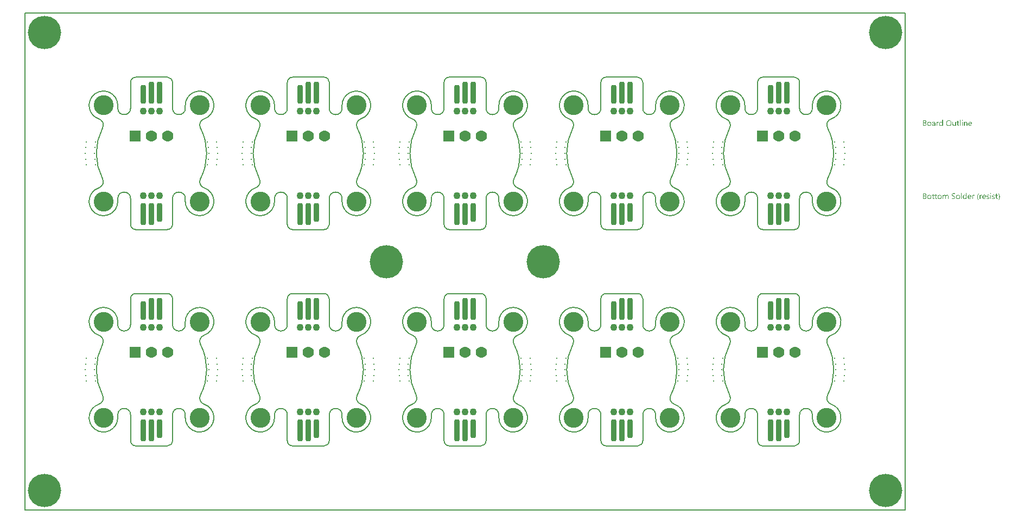
<source format=gbs>
G04*
G04 #@! TF.GenerationSoftware,Altium Limited,Altium Designer,21.8.1 (53)*
G04*
G04 Layer_Color=16711935*
%FSAX25Y25*%
%MOIN*%
G70*
G04*
G04 #@! TF.SameCoordinates,1CCF7041-1EFB-486E-B6D5-4B62EAFF3753*
G04*
G04*
G04 #@! TF.FilePolarity,Negative*
G04*
G01*
G75*
%ADD26C,0.00787*%
G04:AMPARAMS|DCode=33|XSize=35.43mil|YSize=135.83mil|CornerRadius=13.82mil|HoleSize=0mil|Usage=FLASHONLY|Rotation=180.000|XOffset=0mil|YOffset=0mil|HoleType=Round|Shape=RoundedRectangle|*
%AMROUNDEDRECTD33*
21,1,0.03543,0.10819,0,0,180.0*
21,1,0.00780,0.13583,0,0,180.0*
1,1,0.02764,-0.00390,0.05409*
1,1,0.02764,0.00390,0.05409*
1,1,0.02764,0.00390,-0.05409*
1,1,0.02764,-0.00390,-0.05409*
%
%ADD33ROUNDEDRECTD33*%
G04:AMPARAMS|DCode=34|XSize=35.43mil|YSize=116.14mil|CornerRadius=13.82mil|HoleSize=0mil|Usage=FLASHONLY|Rotation=180.000|XOffset=0mil|YOffset=0mil|HoleType=Round|Shape=RoundedRectangle|*
%AMROUNDEDRECTD34*
21,1,0.03543,0.08850,0,0,180.0*
21,1,0.00780,0.11614,0,0,180.0*
1,1,0.02764,-0.00390,0.04425*
1,1,0.02764,0.00390,0.04425*
1,1,0.02764,0.00390,-0.04425*
1,1,0.02764,-0.00390,-0.04425*
%
%ADD34ROUNDEDRECTD34*%
%ADD35C,0.04331*%
%ADD54C,0.00800*%
%ADD55C,0.20485*%
%ADD56C,0.06969*%
%ADD57R,0.06969X0.06969*%
%ADD58C,0.00591*%
%ADD59C,0.12205*%
G36*
X0556099Y0220157D02*
X0556124D01*
X0556179Y0220132D01*
X0556210Y0220114D01*
X0556241Y0220089D01*
X0556247Y0220083D01*
X0556254Y0220077D01*
X0556285Y0220040D01*
X0556309Y0219978D01*
X0556316Y0219941D01*
X0556322Y0219903D01*
Y0219897D01*
Y0219885D01*
X0556316Y0219866D01*
X0556309Y0219842D01*
X0556291Y0219780D01*
X0556266Y0219749D01*
X0556241Y0219718D01*
X0556235D01*
X0556229Y0219705D01*
X0556192Y0219681D01*
X0556136Y0219656D01*
X0556099Y0219650D01*
X0556062Y0219643D01*
X0556043D01*
X0556025Y0219650D01*
X0556000D01*
X0555938Y0219674D01*
X0555907Y0219687D01*
X0555876Y0219711D01*
Y0219718D01*
X0555864Y0219724D01*
X0555851Y0219742D01*
X0555839Y0219761D01*
X0555814Y0219823D01*
X0555808Y0219860D01*
X0555802Y0219903D01*
Y0219910D01*
Y0219922D01*
X0555808Y0219941D01*
X0555814Y0219971D01*
X0555833Y0220027D01*
X0555851Y0220058D01*
X0555876Y0220089D01*
X0555882Y0220095D01*
X0555888Y0220101D01*
X0555926Y0220126D01*
X0555987Y0220151D01*
X0556025Y0220163D01*
X0556080D01*
X0556099Y0220157D01*
D02*
G37*
G36*
X0544109Y0216493D02*
X0543707D01*
Y0216914D01*
X0543694D01*
Y0216908D01*
X0543682Y0216895D01*
X0543663Y0216870D01*
X0543645Y0216839D01*
X0543614Y0216802D01*
X0543576Y0216765D01*
X0543533Y0216722D01*
X0543484Y0216678D01*
X0543428Y0216629D01*
X0543360Y0216586D01*
X0543292Y0216548D01*
X0543211Y0216511D01*
X0543131Y0216480D01*
X0543038Y0216456D01*
X0542939Y0216443D01*
X0542834Y0216437D01*
X0542790D01*
X0542753Y0216443D01*
X0542716Y0216449D01*
X0542667Y0216456D01*
X0542561Y0216480D01*
X0542438Y0216517D01*
X0542314Y0216579D01*
X0542246Y0216617D01*
X0542190Y0216660D01*
X0542128Y0216716D01*
X0542072Y0216771D01*
Y0216777D01*
X0542060Y0216790D01*
X0542048Y0216808D01*
X0542029Y0216833D01*
X0542010Y0216864D01*
X0541986Y0216908D01*
X0541961Y0216957D01*
X0541936Y0217013D01*
X0541905Y0217075D01*
X0541880Y0217143D01*
X0541856Y0217217D01*
X0541837Y0217297D01*
X0541819Y0217384D01*
X0541806Y0217483D01*
X0541800Y0217582D01*
X0541794Y0217687D01*
Y0217694D01*
Y0217712D01*
Y0217749D01*
X0541800Y0217793D01*
X0541806Y0217842D01*
X0541812Y0217904D01*
X0541819Y0217972D01*
X0541831Y0218046D01*
X0541868Y0218207D01*
X0541924Y0218374D01*
X0541961Y0218455D01*
X0542004Y0218535D01*
X0542048Y0218610D01*
X0542103Y0218684D01*
X0542109Y0218690D01*
X0542116Y0218703D01*
X0542134Y0218721D01*
X0542159Y0218746D01*
X0542190Y0218771D01*
X0542233Y0218802D01*
X0542277Y0218839D01*
X0542326Y0218876D01*
X0542450Y0218944D01*
X0542592Y0219006D01*
X0542673Y0219024D01*
X0542759Y0219043D01*
X0542846Y0219055D01*
X0542945Y0219062D01*
X0542995D01*
X0543032Y0219055D01*
X0543069Y0219049D01*
X0543118Y0219043D01*
X0543230Y0219012D01*
X0543354Y0218963D01*
X0543415Y0218932D01*
X0543477Y0218888D01*
X0543539Y0218845D01*
X0543595Y0218789D01*
X0543645Y0218727D01*
X0543694Y0218653D01*
X0543707D01*
Y0220213D01*
X0544109D01*
Y0216493D01*
D02*
G37*
G36*
X0558377Y0219055D02*
X0558451Y0219049D01*
X0558544Y0219031D01*
X0558643Y0219000D01*
X0558748Y0218950D01*
X0558853Y0218882D01*
X0558897Y0218845D01*
X0558940Y0218795D01*
X0558952Y0218783D01*
X0558977Y0218746D01*
X0559008Y0218684D01*
X0559052Y0218597D01*
X0559089Y0218492D01*
X0559126Y0218362D01*
X0559151Y0218207D01*
X0559157Y0218028D01*
Y0216493D01*
X0558754D01*
Y0217923D01*
Y0217929D01*
Y0217960D01*
X0558748Y0217997D01*
Y0218046D01*
X0558736Y0218108D01*
X0558723Y0218176D01*
X0558705Y0218251D01*
X0558680Y0218325D01*
X0558649Y0218399D01*
X0558612Y0218467D01*
X0558563Y0218535D01*
X0558507Y0218597D01*
X0558445Y0218647D01*
X0558364Y0218684D01*
X0558278Y0218715D01*
X0558173Y0218721D01*
X0558160D01*
X0558123Y0218715D01*
X0558067Y0218709D01*
X0557999Y0218690D01*
X0557919Y0218665D01*
X0557832Y0218622D01*
X0557752Y0218566D01*
X0557671Y0218492D01*
X0557665Y0218480D01*
X0557640Y0218455D01*
X0557609Y0218405D01*
X0557572Y0218337D01*
X0557535Y0218257D01*
X0557504Y0218158D01*
X0557479Y0218046D01*
X0557473Y0217923D01*
Y0216493D01*
X0557071D01*
Y0219006D01*
X0557473D01*
Y0218585D01*
X0557485D01*
X0557492Y0218591D01*
X0557498Y0218603D01*
X0557516Y0218628D01*
X0557541Y0218659D01*
X0557566Y0218696D01*
X0557603Y0218734D01*
X0557646Y0218777D01*
X0557696Y0218826D01*
X0557752Y0218870D01*
X0557814Y0218913D01*
X0557882Y0218950D01*
X0557956Y0218987D01*
X0558030Y0219018D01*
X0558117Y0219043D01*
X0558210Y0219055D01*
X0558309Y0219062D01*
X0558346D01*
X0558377Y0219055D01*
D02*
G37*
G36*
X0541379Y0219043D02*
X0541453Y0219037D01*
X0541497Y0219024D01*
X0541528Y0219012D01*
Y0218597D01*
X0541521Y0218603D01*
X0541509Y0218610D01*
X0541484Y0218622D01*
X0541453Y0218641D01*
X0541410Y0218653D01*
X0541354Y0218665D01*
X0541292Y0218672D01*
X0541224Y0218678D01*
X0541212D01*
X0541181Y0218672D01*
X0541131Y0218665D01*
X0541076Y0218647D01*
X0541001Y0218616D01*
X0540933Y0218573D01*
X0540859Y0218511D01*
X0540791Y0218430D01*
X0540785Y0218418D01*
X0540766Y0218387D01*
X0540735Y0218331D01*
X0540704Y0218257D01*
X0540673Y0218164D01*
X0540642Y0218046D01*
X0540624Y0217916D01*
X0540618Y0217768D01*
Y0216493D01*
X0540215D01*
Y0219006D01*
X0540618D01*
Y0218486D01*
X0540630D01*
Y0218492D01*
X0540636Y0218498D01*
X0540649Y0218529D01*
X0540667Y0218579D01*
X0540698Y0218641D01*
X0540729Y0218703D01*
X0540779Y0218771D01*
X0540828Y0218839D01*
X0540890Y0218901D01*
X0540896Y0218907D01*
X0540921Y0218925D01*
X0540958Y0218950D01*
X0541008Y0218975D01*
X0541063Y0219000D01*
X0541131Y0219024D01*
X0541206Y0219043D01*
X0541286Y0219049D01*
X0541342D01*
X0541379Y0219043D01*
D02*
G37*
G36*
X0552119Y0216493D02*
X0551716D01*
Y0216889D01*
X0551704D01*
Y0216883D01*
X0551692Y0216870D01*
X0551679Y0216846D01*
X0551654Y0216821D01*
X0551599Y0216746D01*
X0551512Y0216666D01*
X0551463Y0216623D01*
X0551407Y0216579D01*
X0551345Y0216542D01*
X0551271Y0216505D01*
X0551196Y0216480D01*
X0551116Y0216456D01*
X0551023Y0216443D01*
X0550930Y0216437D01*
X0550893D01*
X0550850Y0216443D01*
X0550788Y0216456D01*
X0550720Y0216468D01*
X0550645Y0216493D01*
X0550565Y0216524D01*
X0550485Y0216573D01*
X0550398Y0216629D01*
X0550317Y0216697D01*
X0550243Y0216784D01*
X0550175Y0216889D01*
X0550113Y0217006D01*
X0550070Y0217149D01*
X0550045Y0217316D01*
X0550033Y0217403D01*
Y0217502D01*
Y0219006D01*
X0550429D01*
Y0217564D01*
Y0217557D01*
Y0217533D01*
X0550435Y0217489D01*
X0550441Y0217440D01*
X0550447Y0217378D01*
X0550460Y0217316D01*
X0550478Y0217242D01*
X0550503Y0217167D01*
X0550540Y0217093D01*
X0550577Y0217025D01*
X0550627Y0216957D01*
X0550689Y0216895D01*
X0550757Y0216846D01*
X0550837Y0216808D01*
X0550936Y0216777D01*
X0551042Y0216771D01*
X0551054D01*
X0551091Y0216777D01*
X0551147Y0216784D01*
X0551209Y0216796D01*
X0551289Y0216827D01*
X0551370Y0216864D01*
X0551450Y0216914D01*
X0551524Y0216988D01*
X0551531Y0217000D01*
X0551555Y0217025D01*
X0551586Y0217075D01*
X0551623Y0217143D01*
X0551654Y0217223D01*
X0551685Y0217322D01*
X0551710Y0217434D01*
X0551716Y0217557D01*
Y0219006D01*
X0552119D01*
Y0216493D01*
D02*
G37*
G36*
X0556254D02*
X0555851D01*
Y0219006D01*
X0556254D01*
Y0216493D01*
D02*
G37*
G36*
X0555034D02*
X0554632D01*
Y0220213D01*
X0555034D01*
Y0216493D01*
D02*
G37*
G36*
X0538655Y0219055D02*
X0538711Y0219049D01*
X0538779Y0219031D01*
X0538854Y0219012D01*
X0538934Y0218981D01*
X0539021Y0218944D01*
X0539101Y0218895D01*
X0539182Y0218832D01*
X0539256Y0218758D01*
X0539324Y0218665D01*
X0539380Y0218560D01*
X0539423Y0218436D01*
X0539448Y0218294D01*
X0539460Y0218127D01*
Y0216493D01*
X0539058D01*
Y0216883D01*
X0539045D01*
Y0216877D01*
X0539033Y0216864D01*
X0539021Y0216839D01*
X0538996Y0216815D01*
X0538934Y0216740D01*
X0538854Y0216660D01*
X0538742Y0216579D01*
X0538612Y0216505D01*
X0538532Y0216480D01*
X0538451Y0216456D01*
X0538365Y0216443D01*
X0538272Y0216437D01*
X0538235D01*
X0538210Y0216443D01*
X0538142Y0216449D01*
X0538061Y0216462D01*
X0537962Y0216487D01*
X0537869Y0216517D01*
X0537770Y0216567D01*
X0537684Y0216629D01*
X0537677Y0216641D01*
X0537653Y0216666D01*
X0537615Y0216709D01*
X0537578Y0216771D01*
X0537541Y0216846D01*
X0537504Y0216932D01*
X0537479Y0217037D01*
X0537473Y0217155D01*
Y0217161D01*
Y0217186D01*
X0537479Y0217223D01*
X0537486Y0217267D01*
X0537498Y0217322D01*
X0537516Y0217384D01*
X0537541Y0217452D01*
X0537578Y0217520D01*
X0537622Y0217595D01*
X0537677Y0217669D01*
X0537746Y0217737D01*
X0537826Y0217799D01*
X0537919Y0217861D01*
X0538030Y0217910D01*
X0538154Y0217947D01*
X0538303Y0217978D01*
X0539058Y0218084D01*
Y0218090D01*
Y0218108D01*
X0539052Y0218145D01*
Y0218183D01*
X0539039Y0218232D01*
X0539033Y0218288D01*
X0538996Y0218405D01*
X0538965Y0218461D01*
X0538934Y0218517D01*
X0538891Y0218573D01*
X0538841Y0218622D01*
X0538779Y0218665D01*
X0538711Y0218696D01*
X0538631Y0218715D01*
X0538538Y0218721D01*
X0538494D01*
X0538463Y0218715D01*
X0538420D01*
X0538377Y0218703D01*
X0538266Y0218684D01*
X0538142Y0218647D01*
X0538005Y0218591D01*
X0537931Y0218554D01*
X0537863Y0218517D01*
X0537789Y0218467D01*
X0537721Y0218412D01*
Y0218826D01*
X0537727D01*
X0537739Y0218839D01*
X0537758Y0218851D01*
X0537789Y0218864D01*
X0537820Y0218882D01*
X0537863Y0218901D01*
X0537913Y0218919D01*
X0537968Y0218944D01*
X0538092Y0218987D01*
X0538241Y0219024D01*
X0538402Y0219049D01*
X0538575Y0219062D01*
X0538612D01*
X0538655Y0219055D01*
D02*
G37*
G36*
X0532967Y0220003D02*
X0533010D01*
X0533053Y0219996D01*
X0533152Y0219984D01*
X0533270Y0219953D01*
X0533394Y0219916D01*
X0533511Y0219860D01*
X0533617Y0219786D01*
X0533623D01*
X0533629Y0219773D01*
X0533660Y0219749D01*
X0533703Y0219699D01*
X0533753Y0219631D01*
X0533796Y0219544D01*
X0533840Y0219445D01*
X0533871Y0219334D01*
X0533883Y0219272D01*
Y0219204D01*
Y0219198D01*
Y0219192D01*
Y0219154D01*
X0533877Y0219099D01*
X0533864Y0219031D01*
X0533846Y0218944D01*
X0533815Y0218857D01*
X0533778Y0218771D01*
X0533722Y0218684D01*
X0533716Y0218672D01*
X0533691Y0218647D01*
X0533654Y0218610D01*
X0533604Y0218560D01*
X0533542Y0218511D01*
X0533468Y0218455D01*
X0533375Y0218412D01*
X0533276Y0218368D01*
Y0218362D01*
X0533295D01*
X0533314Y0218356D01*
X0533332Y0218350D01*
X0533400Y0218337D01*
X0533481Y0218313D01*
X0533567Y0218275D01*
X0533660Y0218232D01*
X0533753Y0218170D01*
X0533840Y0218090D01*
X0533852Y0218077D01*
X0533877Y0218046D01*
X0533908Y0218003D01*
X0533951Y0217935D01*
X0533988Y0217848D01*
X0534025Y0217749D01*
X0534050Y0217632D01*
X0534056Y0217502D01*
Y0217495D01*
Y0217483D01*
Y0217458D01*
X0534050Y0217427D01*
X0534044Y0217390D01*
X0534038Y0217347D01*
X0534013Y0217242D01*
X0533976Y0217124D01*
X0533920Y0217000D01*
X0533883Y0216945D01*
X0533840Y0216883D01*
X0533784Y0216827D01*
X0533728Y0216771D01*
X0533722D01*
X0533716Y0216759D01*
X0533697Y0216746D01*
X0533673Y0216728D01*
X0533641Y0216709D01*
X0533598Y0216685D01*
X0533505Y0216635D01*
X0533388Y0216579D01*
X0533252Y0216536D01*
X0533091Y0216505D01*
X0533010Y0216499D01*
X0532917Y0216493D01*
X0531890D01*
Y0220009D01*
X0532936D01*
X0532967Y0220003D01*
D02*
G37*
G36*
X0553462Y0219006D02*
X0554100D01*
Y0218659D01*
X0553462D01*
Y0217242D01*
Y0217229D01*
Y0217198D01*
X0553468Y0217155D01*
X0553474Y0217099D01*
X0553499Y0216982D01*
X0553518Y0216926D01*
X0553549Y0216883D01*
X0553555Y0216877D01*
X0553567Y0216864D01*
X0553586Y0216852D01*
X0553617Y0216833D01*
X0553654Y0216808D01*
X0553703Y0216796D01*
X0553765Y0216784D01*
X0553833Y0216777D01*
X0553858D01*
X0553889Y0216784D01*
X0553926Y0216790D01*
X0554013Y0216815D01*
X0554056Y0216833D01*
X0554100Y0216858D01*
Y0216511D01*
X0554093D01*
X0554075Y0216499D01*
X0554044Y0216493D01*
X0554000Y0216480D01*
X0553945Y0216468D01*
X0553883Y0216456D01*
X0553809Y0216449D01*
X0553722Y0216443D01*
X0553691D01*
X0553660Y0216449D01*
X0553617Y0216456D01*
X0553567Y0216468D01*
X0553511Y0216480D01*
X0553456Y0216505D01*
X0553394Y0216536D01*
X0553332Y0216573D01*
X0553270Y0216623D01*
X0553214Y0216678D01*
X0553165Y0216753D01*
X0553122Y0216833D01*
X0553090Y0216932D01*
X0553066Y0217044D01*
X0553060Y0217174D01*
Y0218659D01*
X0552632D01*
Y0219006D01*
X0553060D01*
Y0219619D01*
X0553462Y0219749D01*
Y0219006D01*
D02*
G37*
G36*
X0560989Y0219055D02*
X0561032Y0219049D01*
X0561076Y0219043D01*
X0561187Y0219024D01*
X0561311Y0218981D01*
X0561435Y0218925D01*
X0561496Y0218888D01*
X0561558Y0218845D01*
X0561614Y0218795D01*
X0561670Y0218740D01*
X0561676Y0218734D01*
X0561682Y0218727D01*
X0561695Y0218709D01*
X0561713Y0218684D01*
X0561732Y0218647D01*
X0561757Y0218610D01*
X0561781Y0218566D01*
X0561806Y0218511D01*
X0561831Y0218449D01*
X0561856Y0218387D01*
X0561880Y0218313D01*
X0561899Y0218232D01*
X0561917Y0218145D01*
X0561930Y0218059D01*
X0561942Y0217960D01*
Y0217854D01*
Y0217644D01*
X0560166D01*
Y0217638D01*
Y0217625D01*
Y0217607D01*
X0560172Y0217576D01*
X0560178Y0217539D01*
Y0217502D01*
X0560197Y0217403D01*
X0560228Y0217304D01*
X0560265Y0217192D01*
X0560320Y0217087D01*
X0560389Y0216994D01*
X0560401Y0216982D01*
X0560426Y0216957D01*
X0560475Y0216926D01*
X0560543Y0216883D01*
X0560630Y0216839D01*
X0560729Y0216808D01*
X0560847Y0216784D01*
X0560983Y0216771D01*
X0561026D01*
X0561057Y0216777D01*
X0561094D01*
X0561137Y0216784D01*
X0561243Y0216808D01*
X0561360Y0216839D01*
X0561490Y0216889D01*
X0561626Y0216957D01*
X0561695Y0217000D01*
X0561763Y0217050D01*
Y0216672D01*
X0561757D01*
X0561750Y0216660D01*
X0561732Y0216654D01*
X0561701Y0216635D01*
X0561670Y0216617D01*
X0561633Y0216598D01*
X0561583Y0216579D01*
X0561534Y0216555D01*
X0561472Y0216530D01*
X0561404Y0216511D01*
X0561255Y0216474D01*
X0561082Y0216449D01*
X0560890Y0216437D01*
X0560840D01*
X0560803Y0216443D01*
X0560760Y0216449D01*
X0560704Y0216456D01*
X0560587Y0216480D01*
X0560450Y0216517D01*
X0560314Y0216579D01*
X0560246Y0216623D01*
X0560178Y0216666D01*
X0560116Y0216716D01*
X0560054Y0216777D01*
X0560048Y0216784D01*
X0560042Y0216796D01*
X0560030Y0216815D01*
X0560005Y0216839D01*
X0559986Y0216877D01*
X0559961Y0216920D01*
X0559931Y0216969D01*
X0559906Y0217025D01*
X0559875Y0217087D01*
X0559850Y0217161D01*
X0559819Y0217242D01*
X0559800Y0217328D01*
X0559782Y0217421D01*
X0559763Y0217520D01*
X0559757Y0217625D01*
X0559751Y0217737D01*
Y0217743D01*
Y0217762D01*
Y0217793D01*
X0559757Y0217836D01*
X0559763Y0217885D01*
X0559769Y0217941D01*
X0559776Y0218009D01*
X0559794Y0218077D01*
X0559831Y0218226D01*
X0559887Y0218387D01*
X0559924Y0218467D01*
X0559974Y0218542D01*
X0560023Y0218622D01*
X0560079Y0218690D01*
X0560085Y0218696D01*
X0560098Y0218709D01*
X0560116Y0218727D01*
X0560141Y0218746D01*
X0560172Y0218777D01*
X0560209Y0218808D01*
X0560258Y0218839D01*
X0560308Y0218876D01*
X0560426Y0218944D01*
X0560568Y0219006D01*
X0560648Y0219024D01*
X0560729Y0219043D01*
X0560816Y0219055D01*
X0560909Y0219062D01*
X0560958D01*
X0560989Y0219055D01*
D02*
G37*
G36*
X0547947Y0220064D02*
X0548008Y0220058D01*
X0548083Y0220046D01*
X0548163Y0220027D01*
X0548250Y0220009D01*
X0548337Y0219984D01*
X0548436Y0219953D01*
X0548528Y0219910D01*
X0548628Y0219860D01*
X0548727Y0219804D01*
X0548819Y0219736D01*
X0548912Y0219662D01*
X0548999Y0219575D01*
X0549005Y0219569D01*
X0549017Y0219551D01*
X0549042Y0219526D01*
X0549067Y0219489D01*
X0549104Y0219439D01*
X0549141Y0219377D01*
X0549178Y0219309D01*
X0549222Y0219235D01*
X0549265Y0219142D01*
X0549302Y0219049D01*
X0549339Y0218944D01*
X0549376Y0218826D01*
X0549401Y0218709D01*
X0549426Y0218579D01*
X0549438Y0218436D01*
X0549445Y0218294D01*
Y0218282D01*
Y0218257D01*
Y0218214D01*
X0549438Y0218152D01*
X0549432Y0218077D01*
X0549420Y0217997D01*
X0549407Y0217904D01*
X0549389Y0217799D01*
X0549364Y0217694D01*
X0549333Y0217582D01*
X0549296Y0217471D01*
X0549253Y0217359D01*
X0549197Y0217242D01*
X0549135Y0217137D01*
X0549067Y0217031D01*
X0548986Y0216932D01*
X0548980Y0216926D01*
X0548968Y0216914D01*
X0548937Y0216889D01*
X0548906Y0216858D01*
X0548856Y0216815D01*
X0548801Y0216777D01*
X0548739Y0216728D01*
X0548665Y0216685D01*
X0548584Y0216641D01*
X0548491Y0216592D01*
X0548392Y0216555D01*
X0548281Y0216517D01*
X0548163Y0216480D01*
X0548039Y0216456D01*
X0547909Y0216443D01*
X0547767Y0216437D01*
X0547736D01*
X0547693Y0216443D01*
X0547643D01*
X0547581Y0216449D01*
X0547507Y0216462D01*
X0547427Y0216480D01*
X0547334Y0216499D01*
X0547241Y0216524D01*
X0547142Y0216555D01*
X0547043Y0216598D01*
X0546944Y0216641D01*
X0546845Y0216697D01*
X0546746Y0216765D01*
X0546653Y0216839D01*
X0546566Y0216926D01*
X0546560Y0216932D01*
X0546548Y0216951D01*
X0546523Y0216976D01*
X0546498Y0217013D01*
X0546461Y0217062D01*
X0546424Y0217124D01*
X0546387Y0217192D01*
X0546343Y0217273D01*
X0546300Y0217359D01*
X0546263Y0217452D01*
X0546226Y0217557D01*
X0546189Y0217675D01*
X0546164Y0217793D01*
X0546139Y0217923D01*
X0546127Y0218065D01*
X0546121Y0218207D01*
Y0218220D01*
Y0218245D01*
X0546127Y0218288D01*
Y0218350D01*
X0546133Y0218418D01*
X0546145Y0218505D01*
X0546158Y0218597D01*
X0546176Y0218696D01*
X0546201Y0218802D01*
X0546232Y0218913D01*
X0546269Y0219024D01*
X0546313Y0219136D01*
X0546368Y0219247D01*
X0546430Y0219359D01*
X0546498Y0219464D01*
X0546579Y0219563D01*
X0546585Y0219569D01*
X0546597Y0219588D01*
X0546628Y0219613D01*
X0546665Y0219643D01*
X0546709Y0219681D01*
X0546764Y0219724D01*
X0546832Y0219767D01*
X0546907Y0219817D01*
X0546993Y0219866D01*
X0547086Y0219910D01*
X0547185Y0219953D01*
X0547297Y0219990D01*
X0547421Y0220021D01*
X0547550Y0220052D01*
X0547687Y0220064D01*
X0547829Y0220071D01*
X0547897D01*
X0547947Y0220064D01*
D02*
G37*
G36*
X0535919Y0219055D02*
X0535963Y0219049D01*
X0536019Y0219043D01*
X0536142Y0219018D01*
X0536285Y0218975D01*
X0536427Y0218913D01*
X0536501Y0218876D01*
X0536569Y0218832D01*
X0536637Y0218777D01*
X0536699Y0218715D01*
X0536706Y0218709D01*
X0536712Y0218696D01*
X0536730Y0218678D01*
X0536749Y0218653D01*
X0536774Y0218616D01*
X0536798Y0218573D01*
X0536829Y0218523D01*
X0536860Y0218467D01*
X0536885Y0218399D01*
X0536916Y0218331D01*
X0536941Y0218251D01*
X0536966Y0218164D01*
X0536984Y0218071D01*
X0537003Y0217972D01*
X0537009Y0217867D01*
X0537015Y0217756D01*
Y0217749D01*
Y0217731D01*
Y0217700D01*
X0537009Y0217656D01*
X0537003Y0217607D01*
X0536997Y0217545D01*
X0536984Y0217483D01*
X0536972Y0217409D01*
X0536935Y0217260D01*
X0536873Y0217099D01*
X0536836Y0217019D01*
X0536786Y0216938D01*
X0536736Y0216864D01*
X0536675Y0216796D01*
X0536668Y0216790D01*
X0536656Y0216784D01*
X0536637Y0216765D01*
X0536613Y0216740D01*
X0536576Y0216716D01*
X0536539Y0216685D01*
X0536489Y0216648D01*
X0536433Y0216617D01*
X0536371Y0216586D01*
X0536303Y0216548D01*
X0536229Y0216517D01*
X0536149Y0216493D01*
X0536062Y0216468D01*
X0535969Y0216456D01*
X0535870Y0216443D01*
X0535765Y0216437D01*
X0535709D01*
X0535672Y0216443D01*
X0535629Y0216449D01*
X0535573Y0216456D01*
X0535511Y0216468D01*
X0535443Y0216480D01*
X0535300Y0216524D01*
X0535152Y0216586D01*
X0535078Y0216623D01*
X0535009Y0216672D01*
X0534941Y0216722D01*
X0534873Y0216784D01*
X0534867Y0216790D01*
X0534861Y0216802D01*
X0534842Y0216821D01*
X0534824Y0216846D01*
X0534799Y0216883D01*
X0534768Y0216926D01*
X0534737Y0216976D01*
X0534712Y0217031D01*
X0534682Y0217099D01*
X0534651Y0217167D01*
X0534620Y0217242D01*
X0534595Y0217328D01*
X0534558Y0217514D01*
X0534551Y0217613D01*
X0534545Y0217718D01*
Y0217724D01*
Y0217749D01*
Y0217780D01*
X0534551Y0217824D01*
X0534558Y0217873D01*
X0534564Y0217935D01*
X0534576Y0218003D01*
X0534589Y0218077D01*
X0534626Y0218238D01*
X0534688Y0218399D01*
X0534731Y0218480D01*
X0534774Y0218560D01*
X0534824Y0218635D01*
X0534886Y0218703D01*
X0534892Y0218709D01*
X0534904Y0218721D01*
X0534923Y0218734D01*
X0534948Y0218758D01*
X0534985Y0218783D01*
X0535028Y0218814D01*
X0535078Y0218851D01*
X0535133Y0218882D01*
X0535195Y0218913D01*
X0535269Y0218950D01*
X0535344Y0218981D01*
X0535430Y0219006D01*
X0535517Y0219031D01*
X0535616Y0219049D01*
X0535721Y0219055D01*
X0535827Y0219062D01*
X0535882D01*
X0535919Y0219055D01*
D02*
G37*
G36*
X0573530Y0175231D02*
X0573555D01*
X0573610Y0175206D01*
X0573641Y0175187D01*
X0573672Y0175163D01*
X0573678Y0175156D01*
X0573685Y0175150D01*
X0573716Y0175113D01*
X0573740Y0175051D01*
X0573746Y0175014D01*
X0573753Y0174977D01*
Y0174971D01*
Y0174958D01*
X0573746Y0174940D01*
X0573740Y0174915D01*
X0573722Y0174853D01*
X0573697Y0174822D01*
X0573672Y0174791D01*
X0573666D01*
X0573660Y0174779D01*
X0573623Y0174754D01*
X0573567Y0174729D01*
X0573530Y0174723D01*
X0573493Y0174717D01*
X0573474D01*
X0573456Y0174723D01*
X0573431D01*
X0573369Y0174748D01*
X0573338Y0174760D01*
X0573307Y0174785D01*
Y0174791D01*
X0573295Y0174797D01*
X0573282Y0174816D01*
X0573270Y0174835D01*
X0573245Y0174897D01*
X0573239Y0174934D01*
X0573233Y0174977D01*
Y0174983D01*
Y0174996D01*
X0573239Y0175014D01*
X0573245Y0175045D01*
X0573264Y0175101D01*
X0573282Y0175132D01*
X0573307Y0175163D01*
X0573313Y0175169D01*
X0573319Y0175175D01*
X0573357Y0175200D01*
X0573419Y0175224D01*
X0573456Y0175237D01*
X0573511D01*
X0573530Y0175231D01*
D02*
G37*
G36*
X0550961Y0175138D02*
X0551011D01*
X0551122Y0175126D01*
X0551246Y0175113D01*
X0551370Y0175088D01*
X0551487Y0175057D01*
X0551537Y0175039D01*
X0551586Y0175014D01*
Y0174550D01*
X0551580D01*
X0551574Y0174562D01*
X0551555Y0174568D01*
X0551531Y0174587D01*
X0551500Y0174599D01*
X0551463Y0174618D01*
X0551370Y0174661D01*
X0551258Y0174698D01*
X0551122Y0174735D01*
X0550961Y0174760D01*
X0550788Y0174767D01*
X0550738D01*
X0550701Y0174760D01*
X0550664D01*
X0550615Y0174754D01*
X0550516Y0174735D01*
X0550509D01*
X0550491Y0174729D01*
X0550466Y0174723D01*
X0550435Y0174717D01*
X0550361Y0174686D01*
X0550274Y0174649D01*
X0550268D01*
X0550255Y0174636D01*
X0550237Y0174624D01*
X0550212Y0174606D01*
X0550156Y0174550D01*
X0550101Y0174482D01*
Y0174476D01*
X0550088Y0174463D01*
X0550082Y0174445D01*
X0550070Y0174414D01*
X0550057Y0174376D01*
X0550051Y0174339D01*
X0550039Y0174240D01*
Y0174234D01*
Y0174216D01*
Y0174191D01*
X0550045Y0174160D01*
X0550057Y0174086D01*
X0550088Y0174005D01*
Y0173999D01*
X0550101Y0173986D01*
X0550107Y0173968D01*
X0550126Y0173943D01*
X0550175Y0173888D01*
X0550237Y0173826D01*
X0550243Y0173819D01*
X0550255Y0173813D01*
X0550274Y0173795D01*
X0550305Y0173776D01*
X0550342Y0173751D01*
X0550379Y0173726D01*
X0550478Y0173665D01*
X0550485Y0173658D01*
X0550503Y0173652D01*
X0550534Y0173634D01*
X0550571Y0173615D01*
X0550621Y0173590D01*
X0550676Y0173566D01*
X0550800Y0173504D01*
X0550806Y0173497D01*
X0550831Y0173485D01*
X0550868Y0173467D01*
X0550918Y0173442D01*
X0550974Y0173417D01*
X0551035Y0173380D01*
X0551159Y0173306D01*
X0551165Y0173299D01*
X0551190Y0173287D01*
X0551221Y0173268D01*
X0551264Y0173238D01*
X0551357Y0173163D01*
X0551456Y0173077D01*
X0551463Y0173070D01*
X0551481Y0173058D01*
X0551500Y0173027D01*
X0551531Y0172996D01*
X0551562Y0172953D01*
X0551599Y0172909D01*
X0551661Y0172798D01*
X0551667Y0172792D01*
X0551673Y0172773D01*
X0551685Y0172742D01*
X0551698Y0172699D01*
X0551710Y0172650D01*
X0551722Y0172588D01*
X0551735Y0172526D01*
Y0172451D01*
Y0172439D01*
Y0172408D01*
X0551729Y0172359D01*
X0551722Y0172297D01*
X0551710Y0172229D01*
X0551692Y0172154D01*
X0551667Y0172080D01*
X0551630Y0172012D01*
X0551623Y0172006D01*
X0551611Y0171981D01*
X0551586Y0171950D01*
X0551562Y0171907D01*
X0551518Y0171863D01*
X0551475Y0171814D01*
X0551419Y0171764D01*
X0551357Y0171715D01*
X0551351Y0171709D01*
X0551326Y0171696D01*
X0551289Y0171678D01*
X0551240Y0171653D01*
X0551184Y0171628D01*
X0551116Y0171603D01*
X0551035Y0171579D01*
X0550955Y0171560D01*
X0550943D01*
X0550918Y0171554D01*
X0550875Y0171548D01*
X0550813Y0171535D01*
X0550744Y0171529D01*
X0550664Y0171517D01*
X0550577Y0171511D01*
X0550429D01*
X0550361Y0171517D01*
X0550274Y0171523D01*
X0550255D01*
X0550231Y0171529D01*
X0550200Y0171535D01*
X0550119Y0171542D01*
X0550027Y0171560D01*
X0550020D01*
X0550002Y0171566D01*
X0549977Y0171572D01*
X0549946Y0171579D01*
X0549872Y0171597D01*
X0549785Y0171622D01*
X0549779D01*
X0549766Y0171628D01*
X0549748Y0171634D01*
X0549723Y0171647D01*
X0549661Y0171671D01*
X0549599Y0171709D01*
Y0172191D01*
X0549606Y0172185D01*
X0549618Y0172179D01*
X0549630Y0172167D01*
X0549655Y0172148D01*
X0549723Y0172105D01*
X0549804Y0172055D01*
X0549810D01*
X0549822Y0172049D01*
X0549847Y0172037D01*
X0549878Y0172024D01*
X0549958Y0171987D01*
X0550045Y0171956D01*
X0550051D01*
X0550070Y0171950D01*
X0550095Y0171944D01*
X0550126Y0171938D01*
X0550212Y0171913D01*
X0550305Y0171894D01*
X0550330D01*
X0550354Y0171888D01*
X0550386D01*
X0550460Y0171882D01*
X0550546Y0171876D01*
X0550608D01*
X0550676Y0171882D01*
X0550763Y0171894D01*
X0550856Y0171907D01*
X0550949Y0171931D01*
X0551035Y0171969D01*
X0551116Y0172012D01*
X0551122Y0172018D01*
X0551147Y0172037D01*
X0551178Y0172074D01*
X0551209Y0172117D01*
X0551246Y0172173D01*
X0551271Y0172247D01*
X0551295Y0172328D01*
X0551302Y0172421D01*
Y0172427D01*
Y0172445D01*
Y0172470D01*
X0551295Y0172507D01*
X0551277Y0172588D01*
X0551240Y0172668D01*
Y0172674D01*
X0551227Y0172687D01*
X0551215Y0172705D01*
X0551196Y0172730D01*
X0551141Y0172792D01*
X0551066Y0172860D01*
X0551060Y0172866D01*
X0551048Y0172879D01*
X0551023Y0172891D01*
X0550992Y0172916D01*
X0550955Y0172940D01*
X0550912Y0172971D01*
X0550806Y0173027D01*
X0550800Y0173033D01*
X0550782Y0173039D01*
X0550751Y0173058D01*
X0550707Y0173077D01*
X0550664Y0173108D01*
X0550608Y0173132D01*
X0550478Y0173200D01*
X0550472Y0173207D01*
X0550447Y0173219D01*
X0550410Y0173238D01*
X0550367Y0173256D01*
X0550317Y0173287D01*
X0550262Y0173318D01*
X0550138Y0173386D01*
X0550132Y0173392D01*
X0550113Y0173405D01*
X0550082Y0173423D01*
X0550045Y0173448D01*
X0549952Y0173516D01*
X0549859Y0173597D01*
X0549853Y0173603D01*
X0549841Y0173615D01*
X0549816Y0173640D01*
X0549791Y0173671D01*
X0549760Y0173714D01*
X0549729Y0173758D01*
X0549674Y0173856D01*
Y0173863D01*
X0549661Y0173881D01*
X0549655Y0173912D01*
X0549643Y0173956D01*
X0549630Y0174005D01*
X0549618Y0174067D01*
X0549612Y0174129D01*
X0549606Y0174203D01*
Y0174216D01*
Y0174247D01*
X0549612Y0174290D01*
X0549618Y0174346D01*
X0549630Y0174414D01*
X0549649Y0174482D01*
X0549674Y0174550D01*
X0549711Y0174618D01*
X0549717Y0174624D01*
X0549729Y0174649D01*
X0549754Y0174680D01*
X0549785Y0174723D01*
X0549822Y0174767D01*
X0549872Y0174816D01*
X0549927Y0174865D01*
X0549989Y0174909D01*
X0549996Y0174915D01*
X0550020Y0174927D01*
X0550057Y0174952D01*
X0550101Y0174977D01*
X0550163Y0175002D01*
X0550224Y0175033D01*
X0550299Y0175057D01*
X0550379Y0175082D01*
X0550392D01*
X0550416Y0175094D01*
X0550460Y0175101D01*
X0550522Y0175113D01*
X0550590Y0175126D01*
X0550664Y0175132D01*
X0550831Y0175144D01*
X0550918D01*
X0550961Y0175138D01*
D02*
G37*
G36*
X0558693Y0171566D02*
X0558290D01*
Y0171987D01*
X0558278D01*
Y0171981D01*
X0558265Y0171969D01*
X0558247Y0171944D01*
X0558228Y0171913D01*
X0558197Y0171876D01*
X0558160Y0171839D01*
X0558117Y0171795D01*
X0558067Y0171752D01*
X0558012Y0171702D01*
X0557943Y0171659D01*
X0557875Y0171622D01*
X0557795Y0171585D01*
X0557714Y0171554D01*
X0557622Y0171529D01*
X0557522Y0171517D01*
X0557417Y0171511D01*
X0557374D01*
X0557337Y0171517D01*
X0557300Y0171523D01*
X0557250Y0171529D01*
X0557145Y0171554D01*
X0557021Y0171591D01*
X0556897Y0171653D01*
X0556829Y0171690D01*
X0556774Y0171733D01*
X0556712Y0171789D01*
X0556656Y0171845D01*
Y0171851D01*
X0556644Y0171863D01*
X0556631Y0171882D01*
X0556613Y0171907D01*
X0556594Y0171938D01*
X0556569Y0171981D01*
X0556544Y0172030D01*
X0556520Y0172086D01*
X0556489Y0172148D01*
X0556464Y0172216D01*
X0556439Y0172291D01*
X0556421Y0172371D01*
X0556402Y0172458D01*
X0556390Y0172557D01*
X0556384Y0172656D01*
X0556377Y0172761D01*
Y0172767D01*
Y0172786D01*
Y0172823D01*
X0556384Y0172866D01*
X0556390Y0172916D01*
X0556396Y0172977D01*
X0556402Y0173046D01*
X0556415Y0173120D01*
X0556452Y0173281D01*
X0556507Y0173448D01*
X0556544Y0173529D01*
X0556588Y0173609D01*
X0556631Y0173683D01*
X0556687Y0173758D01*
X0556693Y0173764D01*
X0556699Y0173776D01*
X0556718Y0173795D01*
X0556743Y0173819D01*
X0556774Y0173844D01*
X0556817Y0173875D01*
X0556860Y0173912D01*
X0556910Y0173949D01*
X0557033Y0174018D01*
X0557176Y0174079D01*
X0557256Y0174098D01*
X0557343Y0174117D01*
X0557430Y0174129D01*
X0557529Y0174135D01*
X0557578D01*
X0557615Y0174129D01*
X0557653Y0174123D01*
X0557702Y0174117D01*
X0557814Y0174086D01*
X0557937Y0174036D01*
X0557999Y0174005D01*
X0558061Y0173962D01*
X0558123Y0173918D01*
X0558179Y0173863D01*
X0558228Y0173801D01*
X0558278Y0173726D01*
X0558290D01*
Y0175286D01*
X0558693D01*
Y0171566D01*
D02*
G37*
G36*
X0575436Y0174129D02*
X0575517Y0174123D01*
X0575603Y0174110D01*
X0575703Y0174086D01*
X0575802Y0174061D01*
X0575901Y0174024D01*
Y0173615D01*
X0575888Y0173621D01*
X0575851Y0173646D01*
X0575795Y0173671D01*
X0575721Y0173708D01*
X0575628Y0173739D01*
X0575517Y0173770D01*
X0575393Y0173788D01*
X0575263Y0173795D01*
X0575195D01*
X0575133Y0173782D01*
X0575059Y0173770D01*
X0575053D01*
X0575046Y0173764D01*
X0575009Y0173751D01*
X0574960Y0173726D01*
X0574904Y0173696D01*
X0574892Y0173689D01*
X0574867Y0173665D01*
X0574836Y0173627D01*
X0574805Y0173584D01*
X0574799Y0173572D01*
X0574787Y0173541D01*
X0574774Y0173497D01*
X0574768Y0173442D01*
Y0173436D01*
Y0173423D01*
Y0173405D01*
X0574774Y0173386D01*
X0574787Y0173330D01*
X0574805Y0173275D01*
X0574811Y0173262D01*
X0574830Y0173238D01*
X0574867Y0173200D01*
X0574910Y0173157D01*
X0574916D01*
X0574923Y0173151D01*
X0574960Y0173126D01*
X0575009Y0173095D01*
X0575077Y0173064D01*
X0575084D01*
X0575096Y0173058D01*
X0575114Y0173052D01*
X0575145Y0173039D01*
X0575214Y0173015D01*
X0575300Y0172977D01*
X0575306D01*
X0575331Y0172965D01*
X0575362Y0172953D01*
X0575399Y0172940D01*
X0575498Y0172897D01*
X0575597Y0172848D01*
X0575603D01*
X0575622Y0172835D01*
X0575647Y0172823D01*
X0575678Y0172804D01*
X0575752Y0172755D01*
X0575826Y0172693D01*
X0575833Y0172687D01*
X0575845Y0172680D01*
X0575857Y0172662D01*
X0575882Y0172637D01*
X0575925Y0172575D01*
X0575969Y0172495D01*
Y0172488D01*
X0575975Y0172476D01*
X0575987Y0172451D01*
X0575993Y0172421D01*
X0576006Y0172383D01*
X0576012Y0172340D01*
X0576018Y0172235D01*
Y0172229D01*
Y0172204D01*
X0576012Y0172167D01*
X0576006Y0172123D01*
X0576000Y0172074D01*
X0575981Y0172018D01*
X0575963Y0171969D01*
X0575932Y0171913D01*
X0575925Y0171907D01*
X0575919Y0171888D01*
X0575901Y0171863D01*
X0575876Y0171832D01*
X0575845Y0171795D01*
X0575808Y0171758D01*
X0575715Y0171684D01*
X0575709Y0171678D01*
X0575690Y0171671D01*
X0575665Y0171653D01*
X0575622Y0171634D01*
X0575579Y0171610D01*
X0575523Y0171591D01*
X0575467Y0171572D01*
X0575399Y0171554D01*
X0575393D01*
X0575368Y0171548D01*
X0575331Y0171542D01*
X0575288Y0171535D01*
X0575226Y0171523D01*
X0575164Y0171517D01*
X0575022Y0171511D01*
X0574960D01*
X0574886Y0171517D01*
X0574793Y0171529D01*
X0574687Y0171548D01*
X0574576Y0171572D01*
X0574465Y0171603D01*
X0574353Y0171653D01*
Y0172086D01*
X0574359D01*
X0574366Y0172074D01*
X0574384Y0172061D01*
X0574409Y0172049D01*
X0574477Y0172012D01*
X0574570Y0171969D01*
X0574675Y0171919D01*
X0574799Y0171882D01*
X0574935Y0171857D01*
X0575077Y0171845D01*
X0575127D01*
X0575158Y0171851D01*
X0575245Y0171863D01*
X0575344Y0171888D01*
X0575436Y0171931D01*
X0575480Y0171962D01*
X0575523Y0171993D01*
X0575554Y0172037D01*
X0575579Y0172080D01*
X0575597Y0172136D01*
X0575603Y0172198D01*
Y0172204D01*
Y0172216D01*
Y0172235D01*
X0575597Y0172253D01*
X0575585Y0172309D01*
X0575560Y0172365D01*
Y0172371D01*
X0575554Y0172377D01*
X0575529Y0172408D01*
X0575492Y0172451D01*
X0575436Y0172488D01*
X0575430D01*
X0575424Y0172501D01*
X0575387Y0172520D01*
X0575331Y0172557D01*
X0575257Y0172588D01*
X0575251D01*
X0575238Y0172594D01*
X0575220Y0172606D01*
X0575189Y0172618D01*
X0575121Y0172643D01*
X0575034Y0172680D01*
X0575028D01*
X0575003Y0172693D01*
X0574972Y0172705D01*
X0574935Y0172718D01*
X0574836Y0172761D01*
X0574737Y0172810D01*
X0574731Y0172817D01*
X0574718Y0172823D01*
X0574694Y0172835D01*
X0574663Y0172854D01*
X0574595Y0172903D01*
X0574527Y0172959D01*
X0574520Y0172965D01*
X0574514Y0172971D01*
X0574496Y0172990D01*
X0574477Y0173015D01*
X0574434Y0173077D01*
X0574397Y0173151D01*
Y0173157D01*
X0574390Y0173169D01*
X0574384Y0173194D01*
X0574378Y0173225D01*
X0574372Y0173262D01*
X0574366Y0173306D01*
X0574359Y0173411D01*
Y0173417D01*
Y0173442D01*
X0574366Y0173473D01*
X0574372Y0173516D01*
X0574378Y0173566D01*
X0574397Y0173615D01*
X0574415Y0173671D01*
X0574440Y0173720D01*
X0574446Y0173726D01*
X0574452Y0173745D01*
X0574471Y0173770D01*
X0574496Y0173801D01*
X0574564Y0173875D01*
X0574650Y0173949D01*
X0574656Y0173956D01*
X0574675Y0173962D01*
X0574700Y0173980D01*
X0574743Y0173999D01*
X0574787Y0174024D01*
X0574836Y0174048D01*
X0574960Y0174086D01*
X0574966D01*
X0574991Y0174092D01*
X0575022Y0174104D01*
X0575071Y0174110D01*
X0575121Y0174123D01*
X0575183Y0174129D01*
X0575319Y0174135D01*
X0575375D01*
X0575436Y0174129D01*
D02*
G37*
G36*
X0572081D02*
X0572162Y0174123D01*
X0572249Y0174110D01*
X0572348Y0174086D01*
X0572447Y0174061D01*
X0572546Y0174024D01*
Y0173615D01*
X0572533Y0173621D01*
X0572496Y0173646D01*
X0572440Y0173671D01*
X0572366Y0173708D01*
X0572273Y0173739D01*
X0572162Y0173770D01*
X0572038Y0173788D01*
X0571908Y0173795D01*
X0571840D01*
X0571778Y0173782D01*
X0571704Y0173770D01*
X0571698D01*
X0571692Y0173764D01*
X0571654Y0173751D01*
X0571605Y0173726D01*
X0571549Y0173696D01*
X0571537Y0173689D01*
X0571512Y0173665D01*
X0571481Y0173627D01*
X0571450Y0173584D01*
X0571444Y0173572D01*
X0571431Y0173541D01*
X0571419Y0173497D01*
X0571413Y0173442D01*
Y0173436D01*
Y0173423D01*
Y0173405D01*
X0571419Y0173386D01*
X0571431Y0173330D01*
X0571450Y0173275D01*
X0571456Y0173262D01*
X0571475Y0173238D01*
X0571512Y0173200D01*
X0571555Y0173157D01*
X0571561D01*
X0571568Y0173151D01*
X0571605Y0173126D01*
X0571654Y0173095D01*
X0571722Y0173064D01*
X0571729D01*
X0571741Y0173058D01*
X0571760Y0173052D01*
X0571791Y0173039D01*
X0571859Y0173015D01*
X0571945Y0172977D01*
X0571951D01*
X0571976Y0172965D01*
X0572007Y0172953D01*
X0572044Y0172940D01*
X0572143Y0172897D01*
X0572242Y0172848D01*
X0572249D01*
X0572267Y0172835D01*
X0572292Y0172823D01*
X0572323Y0172804D01*
X0572397Y0172755D01*
X0572471Y0172693D01*
X0572478Y0172687D01*
X0572490Y0172680D01*
X0572502Y0172662D01*
X0572527Y0172637D01*
X0572570Y0172575D01*
X0572614Y0172495D01*
Y0172488D01*
X0572620Y0172476D01*
X0572632Y0172451D01*
X0572639Y0172421D01*
X0572651Y0172383D01*
X0572657Y0172340D01*
X0572663Y0172235D01*
Y0172229D01*
Y0172204D01*
X0572657Y0172167D01*
X0572651Y0172123D01*
X0572645Y0172074D01*
X0572626Y0172018D01*
X0572608Y0171969D01*
X0572577Y0171913D01*
X0572570Y0171907D01*
X0572564Y0171888D01*
X0572546Y0171863D01*
X0572521Y0171832D01*
X0572490Y0171795D01*
X0572453Y0171758D01*
X0572360Y0171684D01*
X0572354Y0171678D01*
X0572335Y0171671D01*
X0572310Y0171653D01*
X0572267Y0171634D01*
X0572224Y0171610D01*
X0572168Y0171591D01*
X0572112Y0171572D01*
X0572044Y0171554D01*
X0572038D01*
X0572013Y0171548D01*
X0571976Y0171542D01*
X0571933Y0171535D01*
X0571871Y0171523D01*
X0571809Y0171517D01*
X0571667Y0171511D01*
X0571605D01*
X0571530Y0171517D01*
X0571438Y0171529D01*
X0571332Y0171548D01*
X0571221Y0171572D01*
X0571110Y0171603D01*
X0570998Y0171653D01*
Y0172086D01*
X0571004D01*
X0571011Y0172074D01*
X0571029Y0172061D01*
X0571054Y0172049D01*
X0571122Y0172012D01*
X0571215Y0171969D01*
X0571320Y0171919D01*
X0571444Y0171882D01*
X0571580Y0171857D01*
X0571722Y0171845D01*
X0571772D01*
X0571803Y0171851D01*
X0571889Y0171863D01*
X0571989Y0171888D01*
X0572081Y0171931D01*
X0572125Y0171962D01*
X0572168Y0171993D01*
X0572199Y0172037D01*
X0572224Y0172080D01*
X0572242Y0172136D01*
X0572249Y0172198D01*
Y0172204D01*
Y0172216D01*
Y0172235D01*
X0572242Y0172253D01*
X0572230Y0172309D01*
X0572205Y0172365D01*
Y0172371D01*
X0572199Y0172377D01*
X0572174Y0172408D01*
X0572137Y0172451D01*
X0572081Y0172488D01*
X0572075D01*
X0572069Y0172501D01*
X0572032Y0172520D01*
X0571976Y0172557D01*
X0571902Y0172588D01*
X0571896D01*
X0571883Y0172594D01*
X0571865Y0172606D01*
X0571834Y0172618D01*
X0571766Y0172643D01*
X0571679Y0172680D01*
X0571673D01*
X0571648Y0172693D01*
X0571617Y0172705D01*
X0571580Y0172718D01*
X0571481Y0172761D01*
X0571382Y0172810D01*
X0571376Y0172817D01*
X0571363Y0172823D01*
X0571339Y0172835D01*
X0571308Y0172854D01*
X0571240Y0172903D01*
X0571172Y0172959D01*
X0571165Y0172965D01*
X0571159Y0172971D01*
X0571140Y0172990D01*
X0571122Y0173015D01*
X0571079Y0173077D01*
X0571041Y0173151D01*
Y0173157D01*
X0571035Y0173169D01*
X0571029Y0173194D01*
X0571023Y0173225D01*
X0571017Y0173262D01*
X0571011Y0173306D01*
X0571004Y0173411D01*
Y0173417D01*
Y0173442D01*
X0571011Y0173473D01*
X0571017Y0173516D01*
X0571023Y0173566D01*
X0571041Y0173615D01*
X0571060Y0173671D01*
X0571085Y0173720D01*
X0571091Y0173726D01*
X0571097Y0173745D01*
X0571116Y0173770D01*
X0571140Y0173801D01*
X0571209Y0173875D01*
X0571295Y0173949D01*
X0571302Y0173956D01*
X0571320Y0173962D01*
X0571345Y0173980D01*
X0571388Y0173999D01*
X0571431Y0174024D01*
X0571481Y0174048D01*
X0571605Y0174086D01*
X0571611D01*
X0571636Y0174092D01*
X0571667Y0174104D01*
X0571716Y0174110D01*
X0571766Y0174123D01*
X0571828Y0174129D01*
X0571964Y0174135D01*
X0572019D01*
X0572081Y0174129D01*
D02*
G37*
G36*
X0546826D02*
X0546882Y0174117D01*
X0546944Y0174104D01*
X0547012Y0174079D01*
X0547092Y0174048D01*
X0547167Y0174005D01*
X0547247Y0173956D01*
X0547321Y0173888D01*
X0547390Y0173801D01*
X0547451Y0173702D01*
X0547507Y0173590D01*
X0547544Y0173448D01*
X0547575Y0173293D01*
X0547581Y0173114D01*
Y0171566D01*
X0547179D01*
Y0173009D01*
Y0173015D01*
Y0173027D01*
Y0173046D01*
Y0173077D01*
X0547173Y0173151D01*
X0547160Y0173238D01*
X0547148Y0173337D01*
X0547123Y0173436D01*
X0547092Y0173529D01*
X0547049Y0173609D01*
X0547043Y0173615D01*
X0547024Y0173640D01*
X0546993Y0173671D01*
X0546944Y0173702D01*
X0546888Y0173739D01*
X0546814Y0173764D01*
X0546721Y0173788D01*
X0546616Y0173795D01*
X0546603D01*
X0546572Y0173788D01*
X0546523Y0173782D01*
X0546461Y0173764D01*
X0546393Y0173739D01*
X0546319Y0173696D01*
X0546244Y0173640D01*
X0546176Y0173559D01*
X0546170Y0173547D01*
X0546151Y0173516D01*
X0546121Y0173467D01*
X0546090Y0173398D01*
X0546053Y0173318D01*
X0546028Y0173225D01*
X0546003Y0173114D01*
X0545997Y0172996D01*
Y0171566D01*
X0545594D01*
Y0173058D01*
Y0173064D01*
Y0173089D01*
X0545588Y0173126D01*
Y0173176D01*
X0545576Y0173231D01*
X0545564Y0173293D01*
X0545545Y0173355D01*
X0545526Y0173429D01*
X0545495Y0173497D01*
X0545458Y0173559D01*
X0545409Y0173621D01*
X0545353Y0173677D01*
X0545291Y0173726D01*
X0545211Y0173764D01*
X0545124Y0173788D01*
X0545025Y0173795D01*
X0545013D01*
X0544982Y0173788D01*
X0544932Y0173782D01*
X0544870Y0173770D01*
X0544802Y0173739D01*
X0544728Y0173702D01*
X0544654Y0173646D01*
X0544586Y0173572D01*
X0544579Y0173559D01*
X0544561Y0173535D01*
X0544530Y0173485D01*
X0544499Y0173417D01*
X0544468Y0173337D01*
X0544437Y0173238D01*
X0544418Y0173126D01*
X0544412Y0172996D01*
Y0171566D01*
X0544010D01*
Y0174079D01*
X0544412D01*
Y0173677D01*
X0544424D01*
X0544431Y0173683D01*
X0544437Y0173696D01*
X0544455Y0173720D01*
X0544474Y0173751D01*
X0544536Y0173819D01*
X0544623Y0173906D01*
X0544734Y0173993D01*
X0544864Y0174061D01*
X0544944Y0174092D01*
X0545025Y0174117D01*
X0545112Y0174129D01*
X0545204Y0174135D01*
X0545248D01*
X0545297Y0174129D01*
X0545359Y0174117D01*
X0545427Y0174098D01*
X0545502Y0174073D01*
X0545576Y0174042D01*
X0545650Y0173993D01*
X0545656Y0173986D01*
X0545681Y0173968D01*
X0545712Y0173937D01*
X0545755Y0173894D01*
X0545799Y0173838D01*
X0545842Y0173776D01*
X0545885Y0173702D01*
X0545916Y0173615D01*
X0545923Y0173621D01*
X0545929Y0173640D01*
X0545947Y0173665D01*
X0545966Y0173696D01*
X0545997Y0173739D01*
X0546034Y0173782D01*
X0546077Y0173826D01*
X0546127Y0173875D01*
X0546182Y0173925D01*
X0546244Y0173968D01*
X0546313Y0174018D01*
X0546387Y0174055D01*
X0546467Y0174086D01*
X0546554Y0174110D01*
X0546653Y0174129D01*
X0546752Y0174135D01*
X0546789D01*
X0546826Y0174129D01*
D02*
G37*
G36*
X0567934Y0174117D02*
X0568008Y0174110D01*
X0568052Y0174098D01*
X0568083Y0174086D01*
Y0173671D01*
X0568077Y0173677D01*
X0568064Y0173683D01*
X0568039Y0173696D01*
X0568008Y0173714D01*
X0567965Y0173726D01*
X0567909Y0173739D01*
X0567847Y0173745D01*
X0567779Y0173751D01*
X0567767D01*
X0567736Y0173745D01*
X0567687Y0173739D01*
X0567631Y0173720D01*
X0567556Y0173689D01*
X0567488Y0173646D01*
X0567414Y0173584D01*
X0567346Y0173504D01*
X0567340Y0173491D01*
X0567321Y0173460D01*
X0567290Y0173405D01*
X0567259Y0173330D01*
X0567229Y0173238D01*
X0567198Y0173120D01*
X0567179Y0172990D01*
X0567173Y0172841D01*
Y0171566D01*
X0566770D01*
Y0174079D01*
X0567173D01*
Y0173559D01*
X0567185D01*
Y0173566D01*
X0567191Y0173572D01*
X0567204Y0173603D01*
X0567222Y0173652D01*
X0567253Y0173714D01*
X0567284Y0173776D01*
X0567334Y0173844D01*
X0567383Y0173912D01*
X0567445Y0173974D01*
X0567451Y0173980D01*
X0567476Y0173999D01*
X0567513Y0174024D01*
X0567563Y0174048D01*
X0567618Y0174073D01*
X0567687Y0174098D01*
X0567761Y0174117D01*
X0567841Y0174123D01*
X0567897D01*
X0567934Y0174117D01*
D02*
G37*
G36*
X0563298D02*
X0563372Y0174110D01*
X0563415Y0174098D01*
X0563446Y0174086D01*
Y0173671D01*
X0563440Y0173677D01*
X0563428Y0173683D01*
X0563403Y0173696D01*
X0563372Y0173714D01*
X0563329Y0173726D01*
X0563273Y0173739D01*
X0563211Y0173745D01*
X0563143Y0173751D01*
X0563131D01*
X0563100Y0173745D01*
X0563050Y0173739D01*
X0562994Y0173720D01*
X0562920Y0173689D01*
X0562852Y0173646D01*
X0562778Y0173584D01*
X0562710Y0173504D01*
X0562704Y0173491D01*
X0562685Y0173460D01*
X0562654Y0173405D01*
X0562623Y0173330D01*
X0562592Y0173238D01*
X0562561Y0173120D01*
X0562543Y0172990D01*
X0562536Y0172841D01*
Y0171566D01*
X0562134D01*
Y0174079D01*
X0562536D01*
Y0173559D01*
X0562549D01*
Y0173566D01*
X0562555Y0173572D01*
X0562567Y0173603D01*
X0562586Y0173652D01*
X0562617Y0173714D01*
X0562648Y0173776D01*
X0562697Y0173844D01*
X0562747Y0173912D01*
X0562809Y0173974D01*
X0562815Y0173980D01*
X0562840Y0173999D01*
X0562877Y0174024D01*
X0562926Y0174048D01*
X0562982Y0174073D01*
X0563050Y0174098D01*
X0563125Y0174117D01*
X0563205Y0174123D01*
X0563261D01*
X0563298Y0174117D01*
D02*
G37*
G36*
X0573685Y0171566D02*
X0573282D01*
Y0174079D01*
X0573685D01*
Y0171566D01*
D02*
G37*
G36*
X0555727D02*
X0555325D01*
Y0175286D01*
X0555727D01*
Y0171566D01*
D02*
G37*
G36*
X0532967Y0175076D02*
X0533010D01*
X0533053Y0175070D01*
X0533152Y0175057D01*
X0533270Y0175026D01*
X0533394Y0174989D01*
X0533511Y0174934D01*
X0533617Y0174859D01*
X0533623D01*
X0533629Y0174847D01*
X0533660Y0174822D01*
X0533703Y0174773D01*
X0533753Y0174705D01*
X0533796Y0174618D01*
X0533840Y0174519D01*
X0533871Y0174407D01*
X0533883Y0174346D01*
Y0174277D01*
Y0174271D01*
Y0174265D01*
Y0174228D01*
X0533877Y0174172D01*
X0533864Y0174104D01*
X0533846Y0174018D01*
X0533815Y0173931D01*
X0533778Y0173844D01*
X0533722Y0173758D01*
X0533716Y0173745D01*
X0533691Y0173720D01*
X0533654Y0173683D01*
X0533604Y0173634D01*
X0533542Y0173584D01*
X0533468Y0173529D01*
X0533375Y0173485D01*
X0533276Y0173442D01*
Y0173436D01*
X0533295D01*
X0533314Y0173429D01*
X0533332Y0173423D01*
X0533400Y0173411D01*
X0533481Y0173386D01*
X0533567Y0173349D01*
X0533660Y0173306D01*
X0533753Y0173244D01*
X0533840Y0173163D01*
X0533852Y0173151D01*
X0533877Y0173120D01*
X0533908Y0173077D01*
X0533951Y0173009D01*
X0533988Y0172922D01*
X0534025Y0172823D01*
X0534050Y0172705D01*
X0534056Y0172575D01*
Y0172569D01*
Y0172557D01*
Y0172532D01*
X0534050Y0172501D01*
X0534044Y0172464D01*
X0534038Y0172421D01*
X0534013Y0172315D01*
X0533976Y0172198D01*
X0533920Y0172074D01*
X0533883Y0172018D01*
X0533840Y0171956D01*
X0533784Y0171900D01*
X0533728Y0171845D01*
X0533722D01*
X0533716Y0171832D01*
X0533697Y0171820D01*
X0533673Y0171801D01*
X0533641Y0171783D01*
X0533598Y0171758D01*
X0533505Y0171709D01*
X0533388Y0171653D01*
X0533252Y0171610D01*
X0533091Y0171579D01*
X0533010Y0171572D01*
X0532917Y0171566D01*
X0531890D01*
Y0175082D01*
X0532936D01*
X0532967Y0175076D01*
D02*
G37*
G36*
X0577170Y0174079D02*
X0577807D01*
Y0173733D01*
X0577170D01*
Y0172315D01*
Y0172303D01*
Y0172272D01*
X0577176Y0172229D01*
X0577182Y0172173D01*
X0577207Y0172055D01*
X0577225Y0172000D01*
X0577256Y0171956D01*
X0577262Y0171950D01*
X0577275Y0171938D01*
X0577293Y0171925D01*
X0577324Y0171907D01*
X0577361Y0171882D01*
X0577411Y0171870D01*
X0577473Y0171857D01*
X0577541Y0171851D01*
X0577566D01*
X0577597Y0171857D01*
X0577634Y0171863D01*
X0577720Y0171888D01*
X0577764Y0171907D01*
X0577807Y0171931D01*
Y0171585D01*
X0577801D01*
X0577782Y0171572D01*
X0577751Y0171566D01*
X0577708Y0171554D01*
X0577652Y0171542D01*
X0577591Y0171529D01*
X0577516Y0171523D01*
X0577430Y0171517D01*
X0577399D01*
X0577368Y0171523D01*
X0577324Y0171529D01*
X0577275Y0171542D01*
X0577219Y0171554D01*
X0577163Y0171579D01*
X0577102Y0171610D01*
X0577040Y0171647D01*
X0576978Y0171696D01*
X0576922Y0171752D01*
X0576872Y0171826D01*
X0576829Y0171907D01*
X0576798Y0172006D01*
X0576773Y0172117D01*
X0576767Y0172247D01*
Y0173733D01*
X0576340D01*
Y0174079D01*
X0576767D01*
Y0174692D01*
X0577170Y0174822D01*
Y0174079D01*
D02*
G37*
G36*
X0539893D02*
X0540531D01*
Y0173733D01*
X0539893D01*
Y0172315D01*
Y0172303D01*
Y0172272D01*
X0539900Y0172229D01*
X0539906Y0172173D01*
X0539931Y0172055D01*
X0539949Y0172000D01*
X0539980Y0171956D01*
X0539986Y0171950D01*
X0539999Y0171938D01*
X0540017Y0171925D01*
X0540048Y0171907D01*
X0540085Y0171882D01*
X0540135Y0171870D01*
X0540197Y0171857D01*
X0540265Y0171851D01*
X0540290D01*
X0540320Y0171857D01*
X0540358Y0171863D01*
X0540444Y0171888D01*
X0540488Y0171907D01*
X0540531Y0171931D01*
Y0171585D01*
X0540525D01*
X0540506Y0171572D01*
X0540475Y0171566D01*
X0540432Y0171554D01*
X0540376Y0171542D01*
X0540314Y0171529D01*
X0540240Y0171523D01*
X0540153Y0171517D01*
X0540123D01*
X0540092Y0171523D01*
X0540048Y0171529D01*
X0539999Y0171542D01*
X0539943Y0171554D01*
X0539887Y0171579D01*
X0539825Y0171610D01*
X0539763Y0171647D01*
X0539702Y0171696D01*
X0539646Y0171752D01*
X0539596Y0171826D01*
X0539553Y0171907D01*
X0539522Y0172006D01*
X0539497Y0172117D01*
X0539491Y0172247D01*
Y0173733D01*
X0539064D01*
Y0174079D01*
X0539491D01*
Y0174692D01*
X0539893Y0174822D01*
Y0174079D01*
D02*
G37*
G36*
X0538191D02*
X0538829D01*
Y0173733D01*
X0538191D01*
Y0172315D01*
Y0172303D01*
Y0172272D01*
X0538197Y0172229D01*
X0538204Y0172173D01*
X0538228Y0172055D01*
X0538247Y0172000D01*
X0538278Y0171956D01*
X0538284Y0171950D01*
X0538296Y0171938D01*
X0538315Y0171925D01*
X0538346Y0171907D01*
X0538383Y0171882D01*
X0538433Y0171870D01*
X0538494Y0171857D01*
X0538563Y0171851D01*
X0538587D01*
X0538618Y0171857D01*
X0538655Y0171863D01*
X0538742Y0171888D01*
X0538785Y0171907D01*
X0538829Y0171931D01*
Y0171585D01*
X0538823D01*
X0538804Y0171572D01*
X0538773Y0171566D01*
X0538730Y0171554D01*
X0538674Y0171542D01*
X0538612Y0171529D01*
X0538538Y0171523D01*
X0538451Y0171517D01*
X0538420D01*
X0538389Y0171523D01*
X0538346Y0171529D01*
X0538296Y0171542D01*
X0538241Y0171554D01*
X0538185Y0171579D01*
X0538123Y0171610D01*
X0538061Y0171647D01*
X0537999Y0171696D01*
X0537944Y0171752D01*
X0537894Y0171826D01*
X0537851Y0171907D01*
X0537820Y0172006D01*
X0537795Y0172117D01*
X0537789Y0172247D01*
Y0173733D01*
X0537362D01*
Y0174079D01*
X0537789D01*
Y0174692D01*
X0538191Y0174822D01*
Y0174079D01*
D02*
G37*
G36*
X0569587Y0174129D02*
X0569630Y0174123D01*
X0569673Y0174117D01*
X0569785Y0174098D01*
X0569909Y0174055D01*
X0570033Y0173999D01*
X0570094Y0173962D01*
X0570156Y0173918D01*
X0570212Y0173869D01*
X0570268Y0173813D01*
X0570274Y0173807D01*
X0570280Y0173801D01*
X0570293Y0173782D01*
X0570311Y0173758D01*
X0570330Y0173720D01*
X0570354Y0173683D01*
X0570379Y0173640D01*
X0570404Y0173584D01*
X0570429Y0173522D01*
X0570454Y0173460D01*
X0570478Y0173386D01*
X0570497Y0173306D01*
X0570515Y0173219D01*
X0570528Y0173132D01*
X0570540Y0173033D01*
Y0172928D01*
Y0172718D01*
X0568764D01*
Y0172711D01*
Y0172699D01*
Y0172680D01*
X0568770Y0172650D01*
X0568776Y0172612D01*
Y0172575D01*
X0568794Y0172476D01*
X0568825Y0172377D01*
X0568863Y0172266D01*
X0568918Y0172160D01*
X0568986Y0172068D01*
X0568999Y0172055D01*
X0569024Y0172030D01*
X0569073Y0172000D01*
X0569141Y0171956D01*
X0569228Y0171913D01*
X0569327Y0171882D01*
X0569445Y0171857D01*
X0569581Y0171845D01*
X0569624D01*
X0569655Y0171851D01*
X0569692D01*
X0569735Y0171857D01*
X0569841Y0171882D01*
X0569958Y0171913D01*
X0570088Y0171962D01*
X0570224Y0172030D01*
X0570293Y0172074D01*
X0570361Y0172123D01*
Y0171746D01*
X0570354D01*
X0570348Y0171733D01*
X0570330Y0171727D01*
X0570299Y0171709D01*
X0570268Y0171690D01*
X0570231Y0171671D01*
X0570181Y0171653D01*
X0570132Y0171628D01*
X0570070Y0171603D01*
X0570002Y0171585D01*
X0569853Y0171548D01*
X0569680Y0171523D01*
X0569488Y0171511D01*
X0569438D01*
X0569401Y0171517D01*
X0569358Y0171523D01*
X0569302Y0171529D01*
X0569184Y0171554D01*
X0569048Y0171591D01*
X0568912Y0171653D01*
X0568844Y0171696D01*
X0568776Y0171740D01*
X0568714Y0171789D01*
X0568652Y0171851D01*
X0568646Y0171857D01*
X0568640Y0171870D01*
X0568627Y0171888D01*
X0568603Y0171913D01*
X0568584Y0171950D01*
X0568559Y0171993D01*
X0568528Y0172043D01*
X0568504Y0172099D01*
X0568473Y0172160D01*
X0568448Y0172235D01*
X0568417Y0172315D01*
X0568398Y0172402D01*
X0568380Y0172495D01*
X0568361Y0172594D01*
X0568355Y0172699D01*
X0568349Y0172810D01*
Y0172817D01*
Y0172835D01*
Y0172866D01*
X0568355Y0172909D01*
X0568361Y0172959D01*
X0568367Y0173015D01*
X0568374Y0173083D01*
X0568392Y0173151D01*
X0568429Y0173299D01*
X0568485Y0173460D01*
X0568522Y0173541D01*
X0568572Y0173615D01*
X0568621Y0173696D01*
X0568677Y0173764D01*
X0568683Y0173770D01*
X0568695Y0173782D01*
X0568714Y0173801D01*
X0568739Y0173819D01*
X0568770Y0173850D01*
X0568807Y0173881D01*
X0568856Y0173912D01*
X0568906Y0173949D01*
X0569024Y0174018D01*
X0569166Y0174079D01*
X0569246Y0174098D01*
X0569327Y0174117D01*
X0569414Y0174129D01*
X0569506Y0174135D01*
X0569556D01*
X0569587Y0174129D01*
D02*
G37*
G36*
X0560574D02*
X0560618Y0174123D01*
X0560661Y0174117D01*
X0560772Y0174098D01*
X0560896Y0174055D01*
X0561020Y0173999D01*
X0561082Y0173962D01*
X0561144Y0173918D01*
X0561199Y0173869D01*
X0561255Y0173813D01*
X0561261Y0173807D01*
X0561268Y0173801D01*
X0561280Y0173782D01*
X0561298Y0173758D01*
X0561317Y0173720D01*
X0561342Y0173683D01*
X0561367Y0173640D01*
X0561391Y0173584D01*
X0561416Y0173522D01*
X0561441Y0173460D01*
X0561466Y0173386D01*
X0561484Y0173306D01*
X0561503Y0173219D01*
X0561515Y0173132D01*
X0561527Y0173033D01*
Y0172928D01*
Y0172718D01*
X0559751D01*
Y0172711D01*
Y0172699D01*
Y0172680D01*
X0559757Y0172650D01*
X0559763Y0172612D01*
Y0172575D01*
X0559782Y0172476D01*
X0559813Y0172377D01*
X0559850Y0172266D01*
X0559906Y0172160D01*
X0559974Y0172068D01*
X0559986Y0172055D01*
X0560011Y0172030D01*
X0560061Y0172000D01*
X0560128Y0171956D01*
X0560215Y0171913D01*
X0560314Y0171882D01*
X0560432Y0171857D01*
X0560568Y0171845D01*
X0560611D01*
X0560642Y0171851D01*
X0560679D01*
X0560723Y0171857D01*
X0560828Y0171882D01*
X0560946Y0171913D01*
X0561076Y0171962D01*
X0561212Y0172030D01*
X0561280Y0172074D01*
X0561348Y0172123D01*
Y0171746D01*
X0561342D01*
X0561336Y0171733D01*
X0561317Y0171727D01*
X0561286Y0171709D01*
X0561255Y0171690D01*
X0561218Y0171671D01*
X0561168Y0171653D01*
X0561119Y0171628D01*
X0561057Y0171603D01*
X0560989Y0171585D01*
X0560840Y0171548D01*
X0560667Y0171523D01*
X0560475Y0171511D01*
X0560426D01*
X0560389Y0171517D01*
X0560345Y0171523D01*
X0560289Y0171529D01*
X0560172Y0171554D01*
X0560036Y0171591D01*
X0559900Y0171653D01*
X0559831Y0171696D01*
X0559763Y0171740D01*
X0559701Y0171789D01*
X0559640Y0171851D01*
X0559633Y0171857D01*
X0559627Y0171870D01*
X0559615Y0171888D01*
X0559590Y0171913D01*
X0559571Y0171950D01*
X0559547Y0171993D01*
X0559516Y0172043D01*
X0559491Y0172099D01*
X0559460Y0172160D01*
X0559435Y0172235D01*
X0559404Y0172315D01*
X0559386Y0172402D01*
X0559367Y0172495D01*
X0559349Y0172594D01*
X0559342Y0172699D01*
X0559336Y0172810D01*
Y0172817D01*
Y0172835D01*
Y0172866D01*
X0559342Y0172909D01*
X0559349Y0172959D01*
X0559355Y0173015D01*
X0559361Y0173083D01*
X0559380Y0173151D01*
X0559417Y0173299D01*
X0559472Y0173460D01*
X0559510Y0173541D01*
X0559559Y0173615D01*
X0559609Y0173696D01*
X0559664Y0173764D01*
X0559670Y0173770D01*
X0559683Y0173782D01*
X0559701Y0173801D01*
X0559726Y0173819D01*
X0559757Y0173850D01*
X0559794Y0173881D01*
X0559844Y0173912D01*
X0559893Y0173949D01*
X0560011Y0174018D01*
X0560153Y0174079D01*
X0560234Y0174098D01*
X0560314Y0174117D01*
X0560401Y0174129D01*
X0560494Y0174135D01*
X0560543D01*
X0560574Y0174129D01*
D02*
G37*
G36*
X0553586D02*
X0553629Y0174123D01*
X0553685Y0174117D01*
X0553809Y0174092D01*
X0553951Y0174048D01*
X0554093Y0173986D01*
X0554168Y0173949D01*
X0554236Y0173906D01*
X0554304Y0173850D01*
X0554366Y0173788D01*
X0554372Y0173782D01*
X0554378Y0173770D01*
X0554397Y0173751D01*
X0554415Y0173726D01*
X0554440Y0173689D01*
X0554465Y0173646D01*
X0554496Y0173597D01*
X0554527Y0173541D01*
X0554551Y0173473D01*
X0554582Y0173405D01*
X0554607Y0173324D01*
X0554632Y0173238D01*
X0554650Y0173145D01*
X0554669Y0173046D01*
X0554675Y0172940D01*
X0554681Y0172829D01*
Y0172823D01*
Y0172804D01*
Y0172773D01*
X0554675Y0172730D01*
X0554669Y0172680D01*
X0554663Y0172618D01*
X0554650Y0172557D01*
X0554638Y0172482D01*
X0554601Y0172334D01*
X0554539Y0172173D01*
X0554502Y0172092D01*
X0554452Y0172012D01*
X0554403Y0171938D01*
X0554341Y0171870D01*
X0554335Y0171863D01*
X0554322Y0171857D01*
X0554304Y0171839D01*
X0554279Y0171814D01*
X0554242Y0171789D01*
X0554205Y0171758D01*
X0554155Y0171721D01*
X0554100Y0171690D01*
X0554038Y0171659D01*
X0553969Y0171622D01*
X0553895Y0171591D01*
X0553815Y0171566D01*
X0553728Y0171542D01*
X0553635Y0171529D01*
X0553536Y0171517D01*
X0553431Y0171511D01*
X0553375D01*
X0553338Y0171517D01*
X0553295Y0171523D01*
X0553239Y0171529D01*
X0553177Y0171542D01*
X0553109Y0171554D01*
X0552967Y0171597D01*
X0552818Y0171659D01*
X0552744Y0171696D01*
X0552676Y0171746D01*
X0552608Y0171795D01*
X0552540Y0171857D01*
X0552533Y0171863D01*
X0552527Y0171876D01*
X0552509Y0171894D01*
X0552490Y0171919D01*
X0552465Y0171956D01*
X0552434Y0172000D01*
X0552403Y0172049D01*
X0552379Y0172105D01*
X0552348Y0172173D01*
X0552317Y0172241D01*
X0552286Y0172315D01*
X0552261Y0172402D01*
X0552224Y0172588D01*
X0552218Y0172687D01*
X0552212Y0172792D01*
Y0172798D01*
Y0172823D01*
Y0172854D01*
X0552218Y0172897D01*
X0552224Y0172947D01*
X0552230Y0173009D01*
X0552243Y0173077D01*
X0552255Y0173151D01*
X0552292Y0173312D01*
X0552354Y0173473D01*
X0552397Y0173553D01*
X0552441Y0173634D01*
X0552490Y0173708D01*
X0552552Y0173776D01*
X0552558Y0173782D01*
X0552571Y0173795D01*
X0552589Y0173807D01*
X0552614Y0173832D01*
X0552651Y0173856D01*
X0552694Y0173888D01*
X0552744Y0173925D01*
X0552800Y0173956D01*
X0552861Y0173986D01*
X0552936Y0174024D01*
X0553010Y0174055D01*
X0553097Y0174079D01*
X0553183Y0174104D01*
X0553282Y0174123D01*
X0553388Y0174129D01*
X0553493Y0174135D01*
X0553549D01*
X0553586Y0174129D01*
D02*
G37*
G36*
X0542270D02*
X0542314Y0174123D01*
X0542369Y0174117D01*
X0542493Y0174092D01*
X0542636Y0174048D01*
X0542778Y0173986D01*
X0542852Y0173949D01*
X0542920Y0173906D01*
X0542988Y0173850D01*
X0543050Y0173788D01*
X0543056Y0173782D01*
X0543063Y0173770D01*
X0543081Y0173751D01*
X0543100Y0173726D01*
X0543125Y0173689D01*
X0543149Y0173646D01*
X0543180Y0173597D01*
X0543211Y0173541D01*
X0543236Y0173473D01*
X0543267Y0173405D01*
X0543292Y0173324D01*
X0543317Y0173238D01*
X0543335Y0173145D01*
X0543354Y0173046D01*
X0543360Y0172940D01*
X0543366Y0172829D01*
Y0172823D01*
Y0172804D01*
Y0172773D01*
X0543360Y0172730D01*
X0543354Y0172680D01*
X0543348Y0172618D01*
X0543335Y0172557D01*
X0543323Y0172482D01*
X0543286Y0172334D01*
X0543224Y0172173D01*
X0543187Y0172092D01*
X0543137Y0172012D01*
X0543087Y0171938D01*
X0543026Y0171870D01*
X0543019Y0171863D01*
X0543007Y0171857D01*
X0542988Y0171839D01*
X0542964Y0171814D01*
X0542927Y0171789D01*
X0542889Y0171758D01*
X0542840Y0171721D01*
X0542784Y0171690D01*
X0542722Y0171659D01*
X0542654Y0171622D01*
X0542580Y0171591D01*
X0542499Y0171566D01*
X0542413Y0171542D01*
X0542320Y0171529D01*
X0542221Y0171517D01*
X0542116Y0171511D01*
X0542060D01*
X0542023Y0171517D01*
X0541980Y0171523D01*
X0541924Y0171529D01*
X0541862Y0171542D01*
X0541794Y0171554D01*
X0541651Y0171597D01*
X0541503Y0171659D01*
X0541429Y0171696D01*
X0541361Y0171746D01*
X0541292Y0171795D01*
X0541224Y0171857D01*
X0541218Y0171863D01*
X0541212Y0171876D01*
X0541193Y0171894D01*
X0541175Y0171919D01*
X0541150Y0171956D01*
X0541119Y0172000D01*
X0541088Y0172049D01*
X0541063Y0172105D01*
X0541032Y0172173D01*
X0541001Y0172241D01*
X0540971Y0172315D01*
X0540946Y0172402D01*
X0540909Y0172588D01*
X0540902Y0172687D01*
X0540896Y0172792D01*
Y0172798D01*
Y0172823D01*
Y0172854D01*
X0540902Y0172897D01*
X0540909Y0172947D01*
X0540915Y0173009D01*
X0540927Y0173077D01*
X0540940Y0173151D01*
X0540977Y0173312D01*
X0541039Y0173473D01*
X0541082Y0173553D01*
X0541125Y0173634D01*
X0541175Y0173708D01*
X0541237Y0173776D01*
X0541243Y0173782D01*
X0541255Y0173795D01*
X0541274Y0173807D01*
X0541299Y0173832D01*
X0541336Y0173856D01*
X0541379Y0173888D01*
X0541429Y0173925D01*
X0541484Y0173956D01*
X0541546Y0173986D01*
X0541620Y0174024D01*
X0541695Y0174055D01*
X0541781Y0174079D01*
X0541868Y0174104D01*
X0541967Y0174123D01*
X0542072Y0174129D01*
X0542177Y0174135D01*
X0542233D01*
X0542270Y0174129D01*
D02*
G37*
G36*
X0535919D02*
X0535963Y0174123D01*
X0536019Y0174117D01*
X0536142Y0174092D01*
X0536285Y0174048D01*
X0536427Y0173986D01*
X0536501Y0173949D01*
X0536569Y0173906D01*
X0536637Y0173850D01*
X0536699Y0173788D01*
X0536706Y0173782D01*
X0536712Y0173770D01*
X0536730Y0173751D01*
X0536749Y0173726D01*
X0536774Y0173689D01*
X0536798Y0173646D01*
X0536829Y0173597D01*
X0536860Y0173541D01*
X0536885Y0173473D01*
X0536916Y0173405D01*
X0536941Y0173324D01*
X0536966Y0173238D01*
X0536984Y0173145D01*
X0537003Y0173046D01*
X0537009Y0172940D01*
X0537015Y0172829D01*
Y0172823D01*
Y0172804D01*
Y0172773D01*
X0537009Y0172730D01*
X0537003Y0172680D01*
X0536997Y0172618D01*
X0536984Y0172557D01*
X0536972Y0172482D01*
X0536935Y0172334D01*
X0536873Y0172173D01*
X0536836Y0172092D01*
X0536786Y0172012D01*
X0536736Y0171938D01*
X0536675Y0171870D01*
X0536668Y0171863D01*
X0536656Y0171857D01*
X0536637Y0171839D01*
X0536613Y0171814D01*
X0536576Y0171789D01*
X0536539Y0171758D01*
X0536489Y0171721D01*
X0536433Y0171690D01*
X0536371Y0171659D01*
X0536303Y0171622D01*
X0536229Y0171591D01*
X0536149Y0171566D01*
X0536062Y0171542D01*
X0535969Y0171529D01*
X0535870Y0171517D01*
X0535765Y0171511D01*
X0535709D01*
X0535672Y0171517D01*
X0535629Y0171523D01*
X0535573Y0171529D01*
X0535511Y0171542D01*
X0535443Y0171554D01*
X0535300Y0171597D01*
X0535152Y0171659D01*
X0535078Y0171696D01*
X0535009Y0171746D01*
X0534941Y0171795D01*
X0534873Y0171857D01*
X0534867Y0171863D01*
X0534861Y0171876D01*
X0534842Y0171894D01*
X0534824Y0171919D01*
X0534799Y0171956D01*
X0534768Y0172000D01*
X0534737Y0172049D01*
X0534712Y0172105D01*
X0534682Y0172173D01*
X0534651Y0172241D01*
X0534620Y0172315D01*
X0534595Y0172402D01*
X0534558Y0172588D01*
X0534551Y0172687D01*
X0534545Y0172792D01*
Y0172798D01*
Y0172823D01*
Y0172854D01*
X0534551Y0172897D01*
X0534558Y0172947D01*
X0534564Y0173009D01*
X0534576Y0173077D01*
X0534589Y0173151D01*
X0534626Y0173312D01*
X0534688Y0173473D01*
X0534731Y0173553D01*
X0534774Y0173634D01*
X0534824Y0173708D01*
X0534886Y0173776D01*
X0534892Y0173782D01*
X0534904Y0173795D01*
X0534923Y0173807D01*
X0534948Y0173832D01*
X0534985Y0173856D01*
X0535028Y0173888D01*
X0535078Y0173925D01*
X0535133Y0173956D01*
X0535195Y0173986D01*
X0535269Y0174024D01*
X0535344Y0174055D01*
X0535430Y0174079D01*
X0535517Y0174104D01*
X0535616Y0174123D01*
X0535721Y0174129D01*
X0535827Y0174135D01*
X0535882D01*
X0535919Y0174129D01*
D02*
G37*
G36*
X0578358Y0175070D02*
X0578383Y0175039D01*
X0578420Y0174989D01*
X0578470Y0174921D01*
X0578531Y0174835D01*
X0578593Y0174729D01*
X0578661Y0174612D01*
X0578736Y0174476D01*
X0578810Y0174321D01*
X0578878Y0174154D01*
X0578940Y0173974D01*
X0579002Y0173782D01*
X0579051Y0173578D01*
X0579088Y0173368D01*
X0579113Y0173138D01*
X0579119Y0172903D01*
Y0172897D01*
Y0172891D01*
Y0172872D01*
Y0172848D01*
Y0172817D01*
X0579113Y0172780D01*
X0579107Y0172693D01*
X0579095Y0172581D01*
X0579076Y0172458D01*
X0579058Y0172315D01*
X0579027Y0172160D01*
X0578983Y0171993D01*
X0578934Y0171826D01*
X0578872Y0171647D01*
X0578798Y0171467D01*
X0578711Y0171288D01*
X0578606Y0171108D01*
X0578488Y0170935D01*
X0578352Y0170768D01*
X0577993D01*
X0577999Y0170780D01*
X0578024Y0170811D01*
X0578061Y0170861D01*
X0578111Y0170929D01*
X0578172Y0171015D01*
X0578234Y0171121D01*
X0578302Y0171244D01*
X0578377Y0171380D01*
X0578451Y0171529D01*
X0578519Y0171696D01*
X0578581Y0171870D01*
X0578643Y0172055D01*
X0578692Y0172259D01*
X0578729Y0172464D01*
X0578754Y0172687D01*
X0578760Y0172909D01*
Y0172916D01*
Y0172922D01*
Y0172940D01*
Y0172965D01*
X0578754Y0173027D01*
X0578748Y0173120D01*
X0578736Y0173225D01*
X0578717Y0173349D01*
X0578698Y0173491D01*
X0578661Y0173646D01*
X0578624Y0173813D01*
X0578575Y0173986D01*
X0578507Y0174166D01*
X0578432Y0174346D01*
X0578346Y0174537D01*
X0578240Y0174723D01*
X0578123Y0174903D01*
X0577987Y0175082D01*
X0578352D01*
X0578358Y0175070D01*
D02*
G37*
G36*
X0566312D02*
X0566288Y0175039D01*
X0566244Y0174989D01*
X0566201Y0174915D01*
X0566139Y0174828D01*
X0566071Y0174723D01*
X0566003Y0174599D01*
X0565935Y0174463D01*
X0565861Y0174308D01*
X0565792Y0174141D01*
X0565724Y0173962D01*
X0565669Y0173770D01*
X0565619Y0173572D01*
X0565576Y0173361D01*
X0565551Y0173138D01*
X0565545Y0172909D01*
Y0172903D01*
Y0172897D01*
Y0172879D01*
Y0172854D01*
X0565551Y0172792D01*
X0565557Y0172705D01*
X0565569Y0172600D01*
X0565588Y0172476D01*
X0565607Y0172334D01*
X0565644Y0172185D01*
X0565681Y0172018D01*
X0565730Y0171851D01*
X0565792Y0171671D01*
X0565867Y0171492D01*
X0565960Y0171306D01*
X0566059Y0171121D01*
X0566176Y0170941D01*
X0566312Y0170768D01*
X0565953D01*
X0565947Y0170780D01*
X0565922Y0170805D01*
X0565885Y0170854D01*
X0565836Y0170923D01*
X0565780Y0171009D01*
X0565712Y0171108D01*
X0565644Y0171226D01*
X0565576Y0171362D01*
X0565501Y0171511D01*
X0565433Y0171671D01*
X0565372Y0171845D01*
X0565310Y0172037D01*
X0565260Y0172235D01*
X0565223Y0172445D01*
X0565198Y0172668D01*
X0565192Y0172903D01*
Y0172909D01*
Y0172916D01*
Y0172934D01*
Y0172959D01*
X0565198Y0172990D01*
Y0173027D01*
X0565204Y0173120D01*
X0565217Y0173225D01*
X0565235Y0173355D01*
X0565254Y0173497D01*
X0565285Y0173658D01*
X0565328Y0173826D01*
X0565378Y0173999D01*
X0565440Y0174178D01*
X0565514Y0174364D01*
X0565600Y0174550D01*
X0565699Y0174729D01*
X0565817Y0174909D01*
X0565953Y0175082D01*
X0566319D01*
X0566312Y0175070D01*
D02*
G37*
%LPC*%
G36*
X0542995Y0218721D02*
X0542957D01*
X0542933Y0218715D01*
X0542865Y0218709D01*
X0542784Y0218690D01*
X0542691Y0218653D01*
X0542592Y0218603D01*
X0542499Y0218542D01*
X0542456Y0218498D01*
X0542413Y0218449D01*
X0542407Y0218436D01*
X0542382Y0218399D01*
X0542345Y0218337D01*
X0542308Y0218257D01*
X0542270Y0218152D01*
X0542233Y0218022D01*
X0542208Y0217873D01*
X0542202Y0217706D01*
Y0217700D01*
Y0217687D01*
Y0217663D01*
X0542208Y0217632D01*
Y0217601D01*
X0542215Y0217557D01*
X0542227Y0217458D01*
X0542252Y0217347D01*
X0542289Y0217235D01*
X0542339Y0217124D01*
X0542407Y0217019D01*
X0542419Y0217006D01*
X0542444Y0216982D01*
X0542487Y0216938D01*
X0542549Y0216895D01*
X0542629Y0216852D01*
X0542722Y0216808D01*
X0542828Y0216784D01*
X0542951Y0216771D01*
X0542982D01*
X0543007Y0216777D01*
X0543069Y0216784D01*
X0543143Y0216802D01*
X0543230Y0216833D01*
X0543323Y0216870D01*
X0543409Y0216932D01*
X0543496Y0217013D01*
X0543502Y0217025D01*
X0543527Y0217056D01*
X0543564Y0217112D01*
X0543601Y0217180D01*
X0543638Y0217267D01*
X0543676Y0217372D01*
X0543700Y0217495D01*
X0543707Y0217625D01*
Y0217997D01*
Y0218003D01*
Y0218009D01*
Y0218046D01*
X0543694Y0218102D01*
X0543682Y0218176D01*
X0543657Y0218257D01*
X0543620Y0218343D01*
X0543570Y0218430D01*
X0543502Y0218511D01*
X0543496Y0218517D01*
X0543465Y0218542D01*
X0543422Y0218579D01*
X0543366Y0218616D01*
X0543292Y0218653D01*
X0543205Y0218690D01*
X0543106Y0218715D01*
X0542995Y0218721D01*
D02*
G37*
G36*
X0539058Y0217762D02*
X0538451Y0217675D01*
X0538439D01*
X0538408Y0217669D01*
X0538358Y0217656D01*
X0538296Y0217644D01*
X0538228Y0217625D01*
X0538154Y0217601D01*
X0538092Y0217576D01*
X0538030Y0217539D01*
X0538024Y0217533D01*
X0538005Y0217520D01*
X0537987Y0217495D01*
X0537962Y0217458D01*
X0537931Y0217409D01*
X0537913Y0217347D01*
X0537894Y0217273D01*
X0537888Y0217186D01*
Y0217180D01*
Y0217155D01*
X0537894Y0217124D01*
X0537906Y0217081D01*
X0537919Y0217031D01*
X0537944Y0216982D01*
X0537975Y0216932D01*
X0538018Y0216883D01*
X0538024Y0216877D01*
X0538043Y0216864D01*
X0538074Y0216846D01*
X0538111Y0216827D01*
X0538160Y0216808D01*
X0538222Y0216790D01*
X0538290Y0216777D01*
X0538371Y0216771D01*
X0538383D01*
X0538420Y0216777D01*
X0538476Y0216784D01*
X0538544Y0216796D01*
X0538618Y0216821D01*
X0538705Y0216858D01*
X0538785Y0216914D01*
X0538860Y0216982D01*
X0538866Y0216994D01*
X0538891Y0217019D01*
X0538922Y0217062D01*
X0538959Y0217124D01*
X0538996Y0217205D01*
X0539027Y0217291D01*
X0539052Y0217396D01*
X0539058Y0217508D01*
Y0217762D01*
D02*
G37*
G36*
X0532775Y0219637D02*
X0532304D01*
Y0218498D01*
X0532781D01*
X0532843Y0218505D01*
X0532917Y0218517D01*
X0533004Y0218535D01*
X0533097Y0218566D01*
X0533177Y0218603D01*
X0533258Y0218659D01*
X0533264Y0218665D01*
X0533289Y0218690D01*
X0533320Y0218727D01*
X0533357Y0218783D01*
X0533388Y0218845D01*
X0533419Y0218925D01*
X0533443Y0219018D01*
X0533450Y0219124D01*
Y0219130D01*
Y0219148D01*
X0533443Y0219173D01*
X0533437Y0219204D01*
X0533413Y0219284D01*
X0533394Y0219334D01*
X0533363Y0219384D01*
X0533332Y0219427D01*
X0533283Y0219476D01*
X0533233Y0219520D01*
X0533165Y0219557D01*
X0533091Y0219588D01*
X0532998Y0219613D01*
X0532893Y0219631D01*
X0532775Y0219637D01*
D02*
G37*
G36*
Y0218127D02*
X0532304D01*
Y0216864D01*
X0532924D01*
X0532985Y0216870D01*
X0533072Y0216883D01*
X0533159Y0216908D01*
X0533252Y0216932D01*
X0533344Y0216976D01*
X0533425Y0217031D01*
X0533431Y0217037D01*
X0533456Y0217062D01*
X0533487Y0217099D01*
X0533524Y0217155D01*
X0533561Y0217223D01*
X0533592Y0217304D01*
X0533617Y0217403D01*
X0533623Y0217508D01*
Y0217514D01*
Y0217533D01*
X0533617Y0217564D01*
X0533611Y0217607D01*
X0533598Y0217650D01*
X0533580Y0217706D01*
X0533555Y0217762D01*
X0533518Y0217817D01*
X0533474Y0217873D01*
X0533419Y0217929D01*
X0533351Y0217985D01*
X0533264Y0218028D01*
X0533171Y0218071D01*
X0533053Y0218102D01*
X0532924Y0218121D01*
X0532775Y0218127D01*
D02*
G37*
G36*
X0560902Y0218721D02*
X0560853D01*
X0560803Y0218709D01*
X0560735Y0218696D01*
X0560661Y0218672D01*
X0560574Y0218635D01*
X0560494Y0218585D01*
X0560413Y0218517D01*
X0560407Y0218511D01*
X0560382Y0218480D01*
X0560351Y0218436D01*
X0560308Y0218374D01*
X0560265Y0218300D01*
X0560228Y0218207D01*
X0560197Y0218102D01*
X0560172Y0217985D01*
X0561527D01*
Y0217991D01*
Y0218003D01*
Y0218016D01*
Y0218040D01*
X0561521Y0218108D01*
X0561509Y0218183D01*
X0561484Y0218275D01*
X0561459Y0218362D01*
X0561416Y0218449D01*
X0561360Y0218529D01*
X0561354Y0218535D01*
X0561329Y0218560D01*
X0561292Y0218591D01*
X0561243Y0218628D01*
X0561175Y0218659D01*
X0561094Y0218690D01*
X0561007Y0218715D01*
X0560902Y0218721D01*
D02*
G37*
G36*
X0547798Y0219693D02*
X0547742D01*
X0547705Y0219687D01*
X0547656Y0219681D01*
X0547606Y0219674D01*
X0547544Y0219662D01*
X0547476Y0219643D01*
X0547334Y0219594D01*
X0547260Y0219563D01*
X0547179Y0219526D01*
X0547105Y0219476D01*
X0547030Y0219421D01*
X0546962Y0219359D01*
X0546894Y0219291D01*
X0546888Y0219284D01*
X0546882Y0219272D01*
X0546863Y0219247D01*
X0546839Y0219216D01*
X0546814Y0219179D01*
X0546789Y0219130D01*
X0546758Y0219074D01*
X0546727Y0219012D01*
X0546690Y0218938D01*
X0546659Y0218864D01*
X0546634Y0218777D01*
X0546610Y0218684D01*
X0546585Y0218585D01*
X0546566Y0218474D01*
X0546560Y0218362D01*
X0546554Y0218245D01*
Y0218238D01*
Y0218214D01*
Y0218183D01*
X0546560Y0218139D01*
X0546566Y0218084D01*
X0546572Y0218016D01*
X0546585Y0217947D01*
X0546597Y0217873D01*
X0546634Y0217706D01*
X0546696Y0217527D01*
X0546733Y0217440D01*
X0546777Y0217359D01*
X0546832Y0217273D01*
X0546888Y0217198D01*
X0546894Y0217192D01*
X0546907Y0217180D01*
X0546925Y0217161D01*
X0546950Y0217137D01*
X0546981Y0217106D01*
X0547024Y0217075D01*
X0547074Y0217037D01*
X0547123Y0217000D01*
X0547185Y0216963D01*
X0547253Y0216926D01*
X0547402Y0216864D01*
X0547489Y0216839D01*
X0547575Y0216821D01*
X0547668Y0216808D01*
X0547767Y0216802D01*
X0547823D01*
X0547866Y0216808D01*
X0547909Y0216815D01*
X0547971Y0216821D01*
X0548033Y0216833D01*
X0548101Y0216852D01*
X0548244Y0216895D01*
X0548324Y0216926D01*
X0548398Y0216963D01*
X0548473Y0217006D01*
X0548547Y0217056D01*
X0548615Y0217112D01*
X0548683Y0217180D01*
X0548689Y0217186D01*
X0548696Y0217198D01*
X0548714Y0217217D01*
X0548733Y0217248D01*
X0548764Y0217291D01*
X0548788Y0217335D01*
X0548819Y0217390D01*
X0548850Y0217452D01*
X0548881Y0217527D01*
X0548912Y0217607D01*
X0548943Y0217694D01*
X0548968Y0217786D01*
X0548986Y0217885D01*
X0549005Y0217997D01*
X0549011Y0218114D01*
X0549017Y0218238D01*
Y0218245D01*
Y0218269D01*
Y0218306D01*
X0549011Y0218350D01*
X0549005Y0218412D01*
X0548999Y0218480D01*
X0548993Y0218554D01*
X0548974Y0218635D01*
X0548937Y0218802D01*
X0548881Y0218981D01*
X0548844Y0219068D01*
X0548801Y0219154D01*
X0548745Y0219235D01*
X0548689Y0219309D01*
X0548683Y0219315D01*
X0548677Y0219328D01*
X0548659Y0219346D01*
X0548628Y0219371D01*
X0548597Y0219396D01*
X0548559Y0219433D01*
X0548510Y0219464D01*
X0548460Y0219501D01*
X0548398Y0219538D01*
X0548330Y0219569D01*
X0548256Y0219606D01*
X0548176Y0219631D01*
X0548089Y0219656D01*
X0548002Y0219674D01*
X0547903Y0219687D01*
X0547798Y0219693D01*
D02*
G37*
G36*
X0535796Y0218721D02*
X0535758D01*
X0535734Y0218715D01*
X0535660Y0218709D01*
X0535573Y0218690D01*
X0535474Y0218659D01*
X0535368Y0218610D01*
X0535269Y0218542D01*
X0535220Y0218505D01*
X0535177Y0218455D01*
X0535164Y0218443D01*
X0535140Y0218405D01*
X0535109Y0218350D01*
X0535065Y0218269D01*
X0535022Y0218164D01*
X0534991Y0218040D01*
X0534966Y0217898D01*
X0534954Y0217731D01*
Y0217724D01*
Y0217712D01*
Y0217687D01*
X0534960Y0217656D01*
Y0217619D01*
X0534966Y0217576D01*
X0534985Y0217477D01*
X0535009Y0217366D01*
X0535053Y0217248D01*
X0535109Y0217130D01*
X0535183Y0217025D01*
X0535195Y0217013D01*
X0535226Y0216988D01*
X0535276Y0216945D01*
X0535344Y0216901D01*
X0535430Y0216852D01*
X0535536Y0216808D01*
X0535660Y0216784D01*
X0535796Y0216771D01*
X0535833D01*
X0535857Y0216777D01*
X0535932Y0216784D01*
X0536019Y0216802D01*
X0536111Y0216833D01*
X0536217Y0216877D01*
X0536309Y0216938D01*
X0536396Y0217019D01*
X0536402Y0217031D01*
X0536427Y0217068D01*
X0536464Y0217124D01*
X0536501Y0217205D01*
X0536539Y0217310D01*
X0536576Y0217434D01*
X0536600Y0217576D01*
X0536607Y0217743D01*
Y0217749D01*
Y0217762D01*
Y0217786D01*
Y0217824D01*
X0536600Y0217861D01*
X0536594Y0217904D01*
X0536582Y0218009D01*
X0536557Y0218127D01*
X0536520Y0218245D01*
X0536464Y0218362D01*
X0536396Y0218467D01*
X0536384Y0218480D01*
X0536359Y0218505D01*
X0536309Y0218548D01*
X0536241Y0218597D01*
X0536155Y0218641D01*
X0536056Y0218684D01*
X0535932Y0218709D01*
X0535796Y0218721D01*
D02*
G37*
G36*
X0557578Y0173795D02*
X0557541D01*
X0557516Y0173788D01*
X0557448Y0173782D01*
X0557368Y0173764D01*
X0557275Y0173726D01*
X0557176Y0173677D01*
X0557083Y0173615D01*
X0557040Y0173572D01*
X0556996Y0173522D01*
X0556990Y0173510D01*
X0556965Y0173473D01*
X0556928Y0173411D01*
X0556891Y0173330D01*
X0556854Y0173225D01*
X0556817Y0173095D01*
X0556792Y0172947D01*
X0556786Y0172780D01*
Y0172773D01*
Y0172761D01*
Y0172736D01*
X0556792Y0172705D01*
Y0172674D01*
X0556798Y0172631D01*
X0556811Y0172532D01*
X0556836Y0172421D01*
X0556873Y0172309D01*
X0556922Y0172198D01*
X0556990Y0172092D01*
X0557003Y0172080D01*
X0557027Y0172055D01*
X0557071Y0172012D01*
X0557133Y0171969D01*
X0557213Y0171925D01*
X0557306Y0171882D01*
X0557411Y0171857D01*
X0557535Y0171845D01*
X0557566D01*
X0557591Y0171851D01*
X0557653Y0171857D01*
X0557727Y0171876D01*
X0557814Y0171907D01*
X0557906Y0171944D01*
X0557993Y0172006D01*
X0558080Y0172086D01*
X0558086Y0172099D01*
X0558111Y0172129D01*
X0558148Y0172185D01*
X0558185Y0172253D01*
X0558222Y0172340D01*
X0558259Y0172445D01*
X0558284Y0172569D01*
X0558290Y0172699D01*
Y0173070D01*
Y0173077D01*
Y0173083D01*
Y0173120D01*
X0558278Y0173176D01*
X0558265Y0173250D01*
X0558241Y0173330D01*
X0558203Y0173417D01*
X0558154Y0173504D01*
X0558086Y0173584D01*
X0558080Y0173590D01*
X0558049Y0173615D01*
X0558005Y0173652D01*
X0557950Y0173689D01*
X0557875Y0173726D01*
X0557789Y0173764D01*
X0557690Y0173788D01*
X0557578Y0173795D01*
D02*
G37*
G36*
X0532775Y0174711D02*
X0532304D01*
Y0173572D01*
X0532781D01*
X0532843Y0173578D01*
X0532917Y0173590D01*
X0533004Y0173609D01*
X0533097Y0173640D01*
X0533177Y0173677D01*
X0533258Y0173733D01*
X0533264Y0173739D01*
X0533289Y0173764D01*
X0533320Y0173801D01*
X0533357Y0173856D01*
X0533388Y0173918D01*
X0533419Y0173999D01*
X0533443Y0174092D01*
X0533450Y0174197D01*
Y0174203D01*
Y0174222D01*
X0533443Y0174247D01*
X0533437Y0174277D01*
X0533413Y0174358D01*
X0533394Y0174407D01*
X0533363Y0174457D01*
X0533332Y0174500D01*
X0533283Y0174550D01*
X0533233Y0174593D01*
X0533165Y0174630D01*
X0533091Y0174661D01*
X0532998Y0174686D01*
X0532893Y0174705D01*
X0532775Y0174711D01*
D02*
G37*
G36*
Y0173200D02*
X0532304D01*
Y0171938D01*
X0532924D01*
X0532985Y0171944D01*
X0533072Y0171956D01*
X0533159Y0171981D01*
X0533252Y0172006D01*
X0533344Y0172049D01*
X0533425Y0172105D01*
X0533431Y0172111D01*
X0533456Y0172136D01*
X0533487Y0172173D01*
X0533524Y0172229D01*
X0533561Y0172297D01*
X0533592Y0172377D01*
X0533617Y0172476D01*
X0533623Y0172581D01*
Y0172588D01*
Y0172606D01*
X0533617Y0172637D01*
X0533611Y0172680D01*
X0533598Y0172724D01*
X0533580Y0172780D01*
X0533555Y0172835D01*
X0533518Y0172891D01*
X0533474Y0172947D01*
X0533419Y0173002D01*
X0533351Y0173058D01*
X0533264Y0173101D01*
X0533171Y0173145D01*
X0533053Y0173176D01*
X0532924Y0173194D01*
X0532775Y0173200D01*
D02*
G37*
G36*
X0569500Y0173795D02*
X0569451D01*
X0569401Y0173782D01*
X0569333Y0173770D01*
X0569259Y0173745D01*
X0569172Y0173708D01*
X0569092Y0173658D01*
X0569011Y0173590D01*
X0569005Y0173584D01*
X0568980Y0173553D01*
X0568949Y0173510D01*
X0568906Y0173448D01*
X0568863Y0173374D01*
X0568825Y0173281D01*
X0568794Y0173176D01*
X0568770Y0173058D01*
X0570125D01*
Y0173064D01*
Y0173077D01*
Y0173089D01*
Y0173114D01*
X0570119Y0173182D01*
X0570107Y0173256D01*
X0570082Y0173349D01*
X0570057Y0173436D01*
X0570014Y0173522D01*
X0569958Y0173603D01*
X0569952Y0173609D01*
X0569927Y0173634D01*
X0569890Y0173665D01*
X0569841Y0173702D01*
X0569773Y0173733D01*
X0569692Y0173764D01*
X0569605Y0173788D01*
X0569500Y0173795D01*
D02*
G37*
G36*
X0560488D02*
X0560438D01*
X0560389Y0173782D01*
X0560320Y0173770D01*
X0560246Y0173745D01*
X0560159Y0173708D01*
X0560079Y0173658D01*
X0559999Y0173590D01*
X0559992Y0173584D01*
X0559968Y0173553D01*
X0559937Y0173510D01*
X0559893Y0173448D01*
X0559850Y0173374D01*
X0559813Y0173281D01*
X0559782Y0173176D01*
X0559757Y0173058D01*
X0561113D01*
Y0173064D01*
Y0173077D01*
Y0173089D01*
Y0173114D01*
X0561107Y0173182D01*
X0561094Y0173256D01*
X0561069Y0173349D01*
X0561045Y0173436D01*
X0561001Y0173522D01*
X0560946Y0173603D01*
X0560939Y0173609D01*
X0560915Y0173634D01*
X0560878Y0173665D01*
X0560828Y0173702D01*
X0560760Y0173733D01*
X0560679Y0173764D01*
X0560593Y0173788D01*
X0560488Y0173795D01*
D02*
G37*
G36*
X0553462D02*
X0553425D01*
X0553400Y0173788D01*
X0553326Y0173782D01*
X0553239Y0173764D01*
X0553140Y0173733D01*
X0553035Y0173683D01*
X0552936Y0173615D01*
X0552886Y0173578D01*
X0552843Y0173529D01*
X0552831Y0173516D01*
X0552806Y0173479D01*
X0552775Y0173423D01*
X0552732Y0173343D01*
X0552688Y0173238D01*
X0552657Y0173114D01*
X0552632Y0172971D01*
X0552620Y0172804D01*
Y0172798D01*
Y0172786D01*
Y0172761D01*
X0552626Y0172730D01*
Y0172693D01*
X0552632Y0172650D01*
X0552651Y0172550D01*
X0552676Y0172439D01*
X0552719Y0172321D01*
X0552775Y0172204D01*
X0552849Y0172099D01*
X0552861Y0172086D01*
X0552892Y0172061D01*
X0552942Y0172018D01*
X0553010Y0171975D01*
X0553097Y0171925D01*
X0553202Y0171882D01*
X0553326Y0171857D01*
X0553462Y0171845D01*
X0553499D01*
X0553524Y0171851D01*
X0553598Y0171857D01*
X0553685Y0171876D01*
X0553778Y0171907D01*
X0553883Y0171950D01*
X0553976Y0172012D01*
X0554062Y0172092D01*
X0554069Y0172105D01*
X0554093Y0172142D01*
X0554130Y0172198D01*
X0554168Y0172278D01*
X0554205Y0172383D01*
X0554242Y0172507D01*
X0554267Y0172650D01*
X0554273Y0172817D01*
Y0172823D01*
Y0172835D01*
Y0172860D01*
Y0172897D01*
X0554267Y0172934D01*
X0554260Y0172977D01*
X0554248Y0173083D01*
X0554223Y0173200D01*
X0554186Y0173318D01*
X0554130Y0173436D01*
X0554062Y0173541D01*
X0554050Y0173553D01*
X0554025Y0173578D01*
X0553976Y0173621D01*
X0553908Y0173671D01*
X0553821Y0173714D01*
X0553722Y0173758D01*
X0553598Y0173782D01*
X0553462Y0173795D01*
D02*
G37*
G36*
X0542147D02*
X0542109D01*
X0542085Y0173788D01*
X0542010Y0173782D01*
X0541924Y0173764D01*
X0541825Y0173733D01*
X0541719Y0173683D01*
X0541620Y0173615D01*
X0541571Y0173578D01*
X0541528Y0173529D01*
X0541515Y0173516D01*
X0541490Y0173479D01*
X0541460Y0173423D01*
X0541416Y0173343D01*
X0541373Y0173238D01*
X0541342Y0173114D01*
X0541317Y0172971D01*
X0541305Y0172804D01*
Y0172798D01*
Y0172786D01*
Y0172761D01*
X0541311Y0172730D01*
Y0172693D01*
X0541317Y0172650D01*
X0541336Y0172550D01*
X0541361Y0172439D01*
X0541404Y0172321D01*
X0541460Y0172204D01*
X0541534Y0172099D01*
X0541546Y0172086D01*
X0541577Y0172061D01*
X0541627Y0172018D01*
X0541695Y0171975D01*
X0541781Y0171925D01*
X0541887Y0171882D01*
X0542010Y0171857D01*
X0542147Y0171845D01*
X0542184D01*
X0542208Y0171851D01*
X0542283Y0171857D01*
X0542369Y0171876D01*
X0542462Y0171907D01*
X0542567Y0171950D01*
X0542660Y0172012D01*
X0542747Y0172092D01*
X0542753Y0172105D01*
X0542778Y0172142D01*
X0542815Y0172198D01*
X0542852Y0172278D01*
X0542889Y0172383D01*
X0542927Y0172507D01*
X0542951Y0172650D01*
X0542957Y0172817D01*
Y0172823D01*
Y0172835D01*
Y0172860D01*
Y0172897D01*
X0542951Y0172934D01*
X0542945Y0172977D01*
X0542933Y0173083D01*
X0542908Y0173200D01*
X0542871Y0173318D01*
X0542815Y0173436D01*
X0542747Y0173541D01*
X0542735Y0173553D01*
X0542710Y0173578D01*
X0542660Y0173621D01*
X0542592Y0173671D01*
X0542506Y0173714D01*
X0542407Y0173758D01*
X0542283Y0173782D01*
X0542147Y0173795D01*
D02*
G37*
G36*
X0535796D02*
X0535758D01*
X0535734Y0173788D01*
X0535660Y0173782D01*
X0535573Y0173764D01*
X0535474Y0173733D01*
X0535368Y0173683D01*
X0535269Y0173615D01*
X0535220Y0173578D01*
X0535177Y0173529D01*
X0535164Y0173516D01*
X0535140Y0173479D01*
X0535109Y0173423D01*
X0535065Y0173343D01*
X0535022Y0173238D01*
X0534991Y0173114D01*
X0534966Y0172971D01*
X0534954Y0172804D01*
Y0172798D01*
Y0172786D01*
Y0172761D01*
X0534960Y0172730D01*
Y0172693D01*
X0534966Y0172650D01*
X0534985Y0172550D01*
X0535009Y0172439D01*
X0535053Y0172321D01*
X0535109Y0172204D01*
X0535183Y0172099D01*
X0535195Y0172086D01*
X0535226Y0172061D01*
X0535276Y0172018D01*
X0535344Y0171975D01*
X0535430Y0171925D01*
X0535536Y0171882D01*
X0535660Y0171857D01*
X0535796Y0171845D01*
X0535833D01*
X0535857Y0171851D01*
X0535932Y0171857D01*
X0536019Y0171876D01*
X0536111Y0171907D01*
X0536217Y0171950D01*
X0536309Y0172012D01*
X0536396Y0172092D01*
X0536402Y0172105D01*
X0536427Y0172142D01*
X0536464Y0172198D01*
X0536501Y0172278D01*
X0536539Y0172383D01*
X0536576Y0172507D01*
X0536600Y0172650D01*
X0536607Y0172817D01*
Y0172823D01*
Y0172835D01*
Y0172860D01*
Y0172897D01*
X0536600Y0172934D01*
X0536594Y0172977D01*
X0536582Y0173083D01*
X0536557Y0173200D01*
X0536520Y0173318D01*
X0536464Y0173436D01*
X0536396Y0173541D01*
X0536384Y0173553D01*
X0536359Y0173578D01*
X0536309Y0173621D01*
X0536241Y0173671D01*
X0536155Y0173714D01*
X0536056Y0173758D01*
X0535932Y0173782D01*
X0535796Y0173795D01*
D02*
G37*
%LPD*%
D26*
X-0019685Y-0019685D02*
X0520866D01*
Y0285827D02*
X0520866Y-0019685D01*
X-0019685Y0285827D02*
X0520866D01*
X-0019685Y-0019685D02*
Y0285827D01*
X0070887Y0110236D02*
G03*
X0067737Y0113386I-0003145J0000004D01*
G01*
X0070887Y0110236D02*
G03*
X0067737Y0113386I-0003145J0000004D01*
G01*
X0090302Y0087743D02*
G03*
X0078761Y0096063I-0002771J0008320D01*
G01*
X0090302Y0087743D02*
G03*
X0078761Y0096063I-0002771J0008320D01*
G01*
X0070887Y0094291D02*
G03*
X0078761Y0094291I0003937J0000000D01*
G01*
X0070887D02*
G03*
X0078761Y0094291I0003937J0000000D01*
G01*
X0090302Y0087743D02*
G03*
X0088054Y0082189I0001244J-0003735D01*
G01*
X0090302Y0087743D02*
G03*
X0088054Y0082189I0001244J-0003735D01*
G01*
X0037265Y0094291D02*
G03*
X0045139Y0094291I0003937J0000000D01*
G01*
X0037265D02*
G03*
X0045139Y0094291I0003937J0000000D01*
G01*
X0037265Y0096063D02*
G03*
X0025695Y0087724I-0008790J0000000D01*
G01*
X0048289Y0113386D02*
G03*
X0045139Y0110236I-0000004J-0003145D01*
G01*
X0037265Y0096063D02*
G03*
X0025695Y0087724I-0008790J0000000D01*
G01*
X0048289Y0113386D02*
G03*
X0045139Y0110236I-0000004J-0003145D01*
G01*
X0027942Y0082173D02*
G03*
X0025695Y0087724I-0003493J0001817D01*
G01*
X0027942Y0082173D02*
G03*
X0025695Y0087724I-0003493J0001817D01*
G01*
X0088054Y0050882D02*
G03*
X0088054Y0082189I-0030052J0015654D01*
G01*
X0088054Y0050882D02*
G03*
X0090302Y0045327I0003492J-0001819D01*
G01*
X0088054Y0050882D02*
G03*
X0090302Y0045327I0003492J-0001819D01*
G01*
X0088054Y0050882D02*
G03*
X0088054Y0082189I-0030052J0015654D01*
G01*
X0078761Y0038780D02*
G03*
X0070887Y0038780I-0003937J0000000D01*
G01*
X0078761D02*
G03*
X0070887Y0038780I-0003937J0000000D01*
G01*
X0078761Y0037008D02*
G03*
X0090302Y0045327I0008769J0000000D01*
G01*
X0078761Y0037008D02*
G03*
X0090302Y0045327I0008769J0000000D01*
G01*
X0067737Y0019685D02*
G03*
X0070887Y0022835I0000004J0003145D01*
G01*
X0067737Y0019685D02*
G03*
X0070887Y0022835I0000004J0003145D01*
G01*
X0045139D02*
G03*
X0048289Y0019685I0003145J-0000004D01*
G01*
X0045139Y0038780D02*
G03*
X0037265Y0038780I-0003937J0000000D01*
G01*
X0025695Y0045347D02*
G03*
X0027942Y0050898I-0001245J0003735D01*
G01*
X0025695Y0045347D02*
G03*
X0027942Y0050898I-0001245J0003735D01*
G01*
X0027942Y0082173D02*
G03*
X0027942Y0050898I0030060J-0015637D01*
G01*
X0045139Y0038780D02*
G03*
X0037265Y0038780I-0003937J0000000D01*
G01*
X0027942Y0082173D02*
G03*
X0027942Y0050898I0030060J-0015637D01*
G01*
X0045139Y0022835D02*
G03*
X0048289Y0019685I0003145J-0000004D01*
G01*
X0025695Y0045347D02*
G03*
X0037265Y0037008I0002780J-0008339D01*
G01*
X0025695Y0045347D02*
G03*
X0037265Y0037008I0002780J-0008339D01*
G01*
X0048289Y0113386D02*
X0067737D01*
X0070887Y0094291D02*
Y0110236D01*
X0070887Y0094291D02*
Y0110236D01*
X0048289Y0113386D02*
X0067737D01*
X0078761Y0094291D02*
Y0096063D01*
X0078761Y0094291D02*
Y0096063D01*
X0045139Y0094291D02*
Y0110236D01*
X0037265Y0094291D02*
Y0096063D01*
X0037265Y0094291D02*
Y0096063D01*
X0045139Y0094291D02*
Y0110236D01*
X0078761Y0037008D02*
Y0038780D01*
X0070887Y0022835D02*
Y0038780D01*
X0048289Y0019685D02*
X0067737D01*
X0078761Y0037008D02*
Y0038780D01*
X0048289Y0019685D02*
X0067737D01*
X0070887Y0022835D02*
Y0038780D01*
X0037265Y0037008D02*
Y0038780D01*
X0037265Y0037008D02*
Y0038780D01*
X0045139Y0022835D02*
Y0038780D01*
X0045139Y0022835D02*
Y0038780D01*
X0167186Y0110236D02*
G03*
X0164037Y0113386I-0003145J0000004D01*
G01*
X0167186Y0110236D02*
G03*
X0164037Y0113386I-0003145J0000004D01*
G01*
X0186601Y0087743D02*
G03*
X0175060Y0096063I-0002771J0008320D01*
G01*
X0186601Y0087743D02*
G03*
X0175060Y0096063I-0002771J0008320D01*
G01*
X0167186Y0094291D02*
G03*
X0175060Y0094291I0003937J0000000D01*
G01*
X0167186D02*
G03*
X0175060Y0094291I0003937J0000000D01*
G01*
X0186601Y0087743D02*
G03*
X0184353Y0082189I0001244J-0003735D01*
G01*
X0186601Y0087743D02*
G03*
X0184353Y0082189I0001244J-0003735D01*
G01*
X0133564Y0094291D02*
G03*
X0141438Y0094291I0003937J0000000D01*
G01*
X0133564D02*
G03*
X0141438Y0094291I0003937J0000000D01*
G01*
X0133564Y0096063D02*
G03*
X0121994Y0087724I-0008790J0000000D01*
G01*
X0144588Y0113386D02*
G03*
X0141438Y0110236I-0000004J-0003145D01*
G01*
X0133564Y0096063D02*
G03*
X0121994Y0087724I-0008790J0000000D01*
G01*
X0144588Y0113386D02*
G03*
X0141438Y0110236I-0000004J-0003145D01*
G01*
X0124241Y0082173D02*
G03*
X0121994Y0087724I-0003493J0001817D01*
G01*
X0124241Y0082173D02*
G03*
X0121994Y0087724I-0003493J0001817D01*
G01*
X0184353Y0050882D02*
G03*
X0184353Y0082189I-0030052J0015654D01*
G01*
X0184353Y0050882D02*
G03*
X0186601Y0045327I0003492J-0001819D01*
G01*
X0184353Y0050882D02*
G03*
X0186601Y0045327I0003492J-0001819D01*
G01*
X0184353Y0050882D02*
G03*
X0184353Y0082189I-0030052J0015654D01*
G01*
X0175060Y0038780D02*
G03*
X0167186Y0038780I-0003937J0000000D01*
G01*
X0175060D02*
G03*
X0167186Y0038780I-0003937J0000000D01*
G01*
X0175060Y0037008D02*
G03*
X0186601Y0045327I0008769J0000000D01*
G01*
X0175060Y0037008D02*
G03*
X0186601Y0045327I0008769J0000000D01*
G01*
X0164037Y0019685D02*
G03*
X0167186Y0022835I0000004J0003145D01*
G01*
X0164037Y0019685D02*
G03*
X0167186Y0022835I0000004J0003145D01*
G01*
X0141438D02*
G03*
X0144588Y0019685I0003145J-0000004D01*
G01*
X0141438Y0038780D02*
G03*
X0133564Y0038780I-0003937J0000000D01*
G01*
X0121994Y0045347D02*
G03*
X0124241Y0050898I-0001245J0003735D01*
G01*
X0121994Y0045347D02*
G03*
X0124241Y0050898I-0001245J0003735D01*
G01*
X0124241Y0082173D02*
G03*
X0124241Y0050898I0030060J-0015637D01*
G01*
X0141438Y0038780D02*
G03*
X0133564Y0038780I-0003937J0000000D01*
G01*
X0124241Y0082173D02*
G03*
X0124241Y0050898I0030060J-0015637D01*
G01*
X0141438Y0022835D02*
G03*
X0144588Y0019685I0003145J-0000004D01*
G01*
X0121994Y0045347D02*
G03*
X0133564Y0037008I0002780J-0008339D01*
G01*
X0121994Y0045347D02*
G03*
X0133564Y0037008I0002780J-0008339D01*
G01*
X0144588Y0113386D02*
X0164037D01*
X0167186Y0094291D02*
Y0110236D01*
X0167186Y0094291D02*
Y0110236D01*
X0144588Y0113386D02*
X0164037D01*
X0175060Y0094291D02*
Y0096063D01*
X0175060Y0094291D02*
Y0096063D01*
X0141438Y0094291D02*
Y0110236D01*
X0133564Y0094291D02*
Y0096063D01*
X0133564Y0094291D02*
Y0096063D01*
X0141438Y0094291D02*
Y0110236D01*
X0175060Y0037008D02*
Y0038780D01*
X0167186Y0022835D02*
Y0038780D01*
X0144588Y0019685D02*
X0164037D01*
X0175060Y0037008D02*
Y0038780D01*
X0144588Y0019685D02*
X0164037D01*
X0167186Y0022835D02*
Y0038780D01*
X0133564Y0037008D02*
Y0038780D01*
X0133564Y0037008D02*
Y0038780D01*
X0141438Y0022835D02*
Y0038780D01*
X0141438Y0022835D02*
Y0038780D01*
X0263485Y0110236D02*
G03*
X0260336Y0113386I-0003145J0000004D01*
G01*
X0263485Y0110236D02*
G03*
X0260336Y0113386I-0003145J0000004D01*
G01*
X0282900Y0087743D02*
G03*
X0271359Y0096063I-0002771J0008320D01*
G01*
X0282900Y0087743D02*
G03*
X0271359Y0096063I-0002771J0008320D01*
G01*
X0263485Y0094291D02*
G03*
X0271359Y0094291I0003937J0000000D01*
G01*
X0263485D02*
G03*
X0271359Y0094291I0003937J0000000D01*
G01*
X0282900Y0087743D02*
G03*
X0280653Y0082189I0001244J-0003735D01*
G01*
X0282900Y0087743D02*
G03*
X0280653Y0082189I0001244J-0003735D01*
G01*
X0229863Y0094291D02*
G03*
X0237737Y0094291I0003937J0000000D01*
G01*
X0229863D02*
G03*
X0237737Y0094291I0003937J0000000D01*
G01*
X0229863Y0096063D02*
G03*
X0218293Y0087724I-0008790J0000000D01*
G01*
X0240887Y0113386D02*
G03*
X0237737Y0110236I-0000004J-0003145D01*
G01*
X0229863Y0096063D02*
G03*
X0218293Y0087724I-0008790J0000000D01*
G01*
X0240887Y0113386D02*
G03*
X0237737Y0110236I-0000004J-0003145D01*
G01*
X0220541Y0082173D02*
G03*
X0218293Y0087724I-0003493J0001817D01*
G01*
X0220541Y0082173D02*
G03*
X0218293Y0087724I-0003493J0001817D01*
G01*
X0280653Y0050882D02*
G03*
X0280653Y0082189I-0030052J0015654D01*
G01*
X0280653Y0050882D02*
G03*
X0282900Y0045327I0003492J-0001819D01*
G01*
X0280653Y0050882D02*
G03*
X0282900Y0045327I0003492J-0001819D01*
G01*
X0280653Y0050882D02*
G03*
X0280653Y0082189I-0030052J0015654D01*
G01*
X0271359Y0038780D02*
G03*
X0263485Y0038780I-0003937J0000000D01*
G01*
X0271359D02*
G03*
X0263485Y0038780I-0003937J0000000D01*
G01*
X0271359Y0037008D02*
G03*
X0282900Y0045327I0008769J0000000D01*
G01*
X0271359Y0037008D02*
G03*
X0282900Y0045327I0008769J0000000D01*
G01*
X0260336Y0019685D02*
G03*
X0263485Y0022835I0000004J0003145D01*
G01*
X0260336Y0019685D02*
G03*
X0263485Y0022835I0000004J0003145D01*
G01*
X0237737D02*
G03*
X0240887Y0019685I0003145J-0000004D01*
G01*
X0237737Y0038780D02*
G03*
X0229863Y0038780I-0003937J0000000D01*
G01*
X0218293Y0045347D02*
G03*
X0220541Y0050898I-0001245J0003735D01*
G01*
X0218293Y0045347D02*
G03*
X0220541Y0050898I-0001245J0003735D01*
G01*
X0220541Y0082173D02*
G03*
X0220541Y0050898I0030060J-0015637D01*
G01*
X0237737Y0038780D02*
G03*
X0229863Y0038780I-0003937J0000000D01*
G01*
X0220541Y0082173D02*
G03*
X0220541Y0050898I0030060J-0015637D01*
G01*
X0237737Y0022835D02*
G03*
X0240887Y0019685I0003145J-0000004D01*
G01*
X0218293Y0045347D02*
G03*
X0229863Y0037008I0002780J-0008339D01*
G01*
X0218293Y0045347D02*
G03*
X0229863Y0037008I0002780J-0008339D01*
G01*
X0240887Y0113386D02*
X0260336D01*
X0263485Y0094291D02*
Y0110236D01*
X0263485Y0094291D02*
Y0110236D01*
X0240887Y0113386D02*
X0260336D01*
X0271359Y0094291D02*
Y0096063D01*
X0271359Y0094291D02*
Y0096063D01*
X0237737Y0094291D02*
Y0110236D01*
X0229863Y0094291D02*
Y0096063D01*
X0229863Y0094291D02*
Y0096063D01*
X0237737Y0094291D02*
Y0110236D01*
X0271359Y0037008D02*
Y0038780D01*
X0263485Y0022835D02*
Y0038780D01*
X0240887Y0019685D02*
X0260336D01*
X0271359Y0037008D02*
Y0038780D01*
X0240887Y0019685D02*
X0260336D01*
X0263485Y0022835D02*
Y0038780D01*
X0229863Y0037008D02*
Y0038780D01*
X0229863Y0037008D02*
Y0038780D01*
X0237737Y0022835D02*
Y0038780D01*
X0237737Y0022835D02*
Y0038780D01*
X0359785Y0110236D02*
G03*
X0356635Y0113386I-0003145J0000004D01*
G01*
X0359785Y0110236D02*
G03*
X0356635Y0113386I-0003145J0000004D01*
G01*
X0379199Y0087743D02*
G03*
X0367659Y0096063I-0002771J0008320D01*
G01*
X0379199Y0087743D02*
G03*
X0367659Y0096063I-0002771J0008320D01*
G01*
X0359785Y0094291D02*
G03*
X0367659Y0094291I0003937J0000000D01*
G01*
X0359785D02*
G03*
X0367659Y0094291I0003937J0000000D01*
G01*
X0379199Y0087743D02*
G03*
X0376952Y0082189I0001244J-0003735D01*
G01*
X0379199Y0087743D02*
G03*
X0376952Y0082189I0001244J-0003735D01*
G01*
X0326163Y0094291D02*
G03*
X0334037Y0094291I0003937J0000000D01*
G01*
X0326163D02*
G03*
X0334037Y0094291I0003937J0000000D01*
G01*
X0326163Y0096063D02*
G03*
X0314592Y0087724I-0008790J0000000D01*
G01*
X0337186Y0113386D02*
G03*
X0334037Y0110236I-0000004J-0003145D01*
G01*
X0326163Y0096063D02*
G03*
X0314592Y0087724I-0008790J0000000D01*
G01*
X0337186Y0113386D02*
G03*
X0334037Y0110236I-0000004J-0003145D01*
G01*
X0316840Y0082173D02*
G03*
X0314592Y0087724I-0003493J0001817D01*
G01*
X0316840Y0082173D02*
G03*
X0314592Y0087724I-0003493J0001817D01*
G01*
X0376952Y0050882D02*
G03*
X0376952Y0082189I-0030052J0015654D01*
G01*
X0376952Y0050882D02*
G03*
X0379199Y0045327I0003492J-0001819D01*
G01*
X0376952Y0050882D02*
G03*
X0379199Y0045327I0003492J-0001819D01*
G01*
X0376952Y0050882D02*
G03*
X0376952Y0082189I-0030052J0015654D01*
G01*
X0367659Y0038780D02*
G03*
X0359785Y0038780I-0003937J0000000D01*
G01*
X0367659D02*
G03*
X0359785Y0038780I-0003937J0000000D01*
G01*
X0367659Y0037008D02*
G03*
X0379199Y0045327I0008769J0000000D01*
G01*
X0367659Y0037008D02*
G03*
X0379199Y0045327I0008769J0000000D01*
G01*
X0356635Y0019685D02*
G03*
X0359785Y0022835I0000004J0003145D01*
G01*
X0356635Y0019685D02*
G03*
X0359785Y0022835I0000004J0003145D01*
G01*
X0334037D02*
G03*
X0337186Y0019685I0003145J-0000004D01*
G01*
X0334037Y0038780D02*
G03*
X0326163Y0038780I-0003937J0000000D01*
G01*
X0314592Y0045347D02*
G03*
X0316840Y0050898I-0001245J0003735D01*
G01*
X0314592Y0045347D02*
G03*
X0316840Y0050898I-0001245J0003735D01*
G01*
X0316840Y0082173D02*
G03*
X0316840Y0050898I0030060J-0015637D01*
G01*
X0334037Y0038780D02*
G03*
X0326163Y0038780I-0003937J0000000D01*
G01*
X0316840Y0082173D02*
G03*
X0316840Y0050898I0030060J-0015637D01*
G01*
X0334037Y0022835D02*
G03*
X0337186Y0019685I0003145J-0000004D01*
G01*
X0314592Y0045347D02*
G03*
X0326163Y0037008I0002780J-0008339D01*
G01*
X0314592Y0045347D02*
G03*
X0326163Y0037008I0002780J-0008339D01*
G01*
X0337186Y0113386D02*
X0356635D01*
X0359785Y0094291D02*
Y0110236D01*
X0359785Y0094291D02*
Y0110236D01*
X0337186Y0113386D02*
X0356635D01*
X0367659Y0094291D02*
Y0096063D01*
X0367659Y0094291D02*
Y0096063D01*
X0334037Y0094291D02*
Y0110236D01*
X0326163Y0094291D02*
Y0096063D01*
X0326163Y0094291D02*
Y0096063D01*
X0334037Y0094291D02*
Y0110236D01*
X0367659Y0037008D02*
Y0038780D01*
X0359785Y0022835D02*
Y0038780D01*
X0337186Y0019685D02*
X0356635D01*
X0367659Y0037008D02*
Y0038780D01*
X0337186Y0019685D02*
X0356635D01*
X0359785Y0022835D02*
Y0038780D01*
X0326163Y0037008D02*
Y0038780D01*
X0326163Y0037008D02*
Y0038780D01*
X0334037Y0022835D02*
Y0038780D01*
X0334037Y0022835D02*
Y0038780D01*
X0456084Y0110236D02*
G03*
X0452934Y0113386I-0003145J0000004D01*
G01*
X0456084Y0110236D02*
G03*
X0452934Y0113386I-0003145J0000004D01*
G01*
X0475498Y0087743D02*
G03*
X0463958Y0096063I-0002771J0008320D01*
G01*
X0475498Y0087743D02*
G03*
X0463958Y0096063I-0002771J0008320D01*
G01*
X0456084Y0094291D02*
G03*
X0463958Y0094291I0003937J0000000D01*
G01*
X0456084D02*
G03*
X0463958Y0094291I0003937J0000000D01*
G01*
X0475498Y0087743D02*
G03*
X0473251Y0082189I0001244J-0003735D01*
G01*
X0475498Y0087743D02*
G03*
X0473251Y0082189I0001244J-0003735D01*
G01*
X0422462Y0094291D02*
G03*
X0430336Y0094291I0003937J0000000D01*
G01*
X0422462D02*
G03*
X0430336Y0094291I0003937J0000000D01*
G01*
X0422462Y0096063D02*
G03*
X0410892Y0087724I-0008790J0000000D01*
G01*
X0433485Y0113386D02*
G03*
X0430336Y0110236I-0000004J-0003145D01*
G01*
X0422462Y0096063D02*
G03*
X0410892Y0087724I-0008790J0000000D01*
G01*
X0433485Y0113386D02*
G03*
X0430336Y0110236I-0000004J-0003145D01*
G01*
X0413139Y0082173D02*
G03*
X0410892Y0087724I-0003493J0001817D01*
G01*
X0413139Y0082173D02*
G03*
X0410892Y0087724I-0003493J0001817D01*
G01*
X0473251Y0050882D02*
G03*
X0473251Y0082189I-0030052J0015654D01*
G01*
X0473251Y0050882D02*
G03*
X0475498Y0045327I0003492J-0001819D01*
G01*
X0473251Y0050882D02*
G03*
X0475498Y0045327I0003492J-0001819D01*
G01*
X0473251Y0050882D02*
G03*
X0473251Y0082189I-0030052J0015654D01*
G01*
X0463958Y0038780D02*
G03*
X0456084Y0038780I-0003937J0000000D01*
G01*
X0463958D02*
G03*
X0456084Y0038780I-0003937J0000000D01*
G01*
X0463958Y0037008D02*
G03*
X0475498Y0045327I0008769J0000000D01*
G01*
X0463958Y0037008D02*
G03*
X0475498Y0045327I0008769J0000000D01*
G01*
X0452934Y0019685D02*
G03*
X0456084Y0022835I0000004J0003145D01*
G01*
X0452934Y0019685D02*
G03*
X0456084Y0022835I0000004J0003145D01*
G01*
X0430336D02*
G03*
X0433485Y0019685I0003145J-0000004D01*
G01*
X0430336Y0038780D02*
G03*
X0422462Y0038780I-0003937J0000000D01*
G01*
X0410892Y0045347D02*
G03*
X0413139Y0050898I-0001245J0003735D01*
G01*
X0410892Y0045347D02*
G03*
X0413139Y0050898I-0001245J0003735D01*
G01*
X0413139Y0082173D02*
G03*
X0413139Y0050898I0030060J-0015637D01*
G01*
X0430336Y0038780D02*
G03*
X0422462Y0038780I-0003937J0000000D01*
G01*
X0413139Y0082173D02*
G03*
X0413139Y0050898I0030060J-0015637D01*
G01*
X0430336Y0022835D02*
G03*
X0433485Y0019685I0003145J-0000004D01*
G01*
X0410892Y0045347D02*
G03*
X0422462Y0037008I0002780J-0008339D01*
G01*
X0410892Y0045347D02*
G03*
X0422462Y0037008I0002780J-0008339D01*
G01*
X0433485Y0113386D02*
X0452934D01*
X0456084Y0094291D02*
Y0110236D01*
X0456084Y0094291D02*
Y0110236D01*
X0433485Y0113386D02*
X0452934D01*
X0463958Y0094291D02*
Y0096063D01*
X0463958Y0094291D02*
Y0096063D01*
X0430336Y0094291D02*
Y0110236D01*
X0422462Y0094291D02*
Y0096063D01*
X0422462Y0094291D02*
Y0096063D01*
X0430336Y0094291D02*
Y0110236D01*
X0463958Y0037008D02*
Y0038780D01*
X0456084Y0022835D02*
Y0038780D01*
X0433485Y0019685D02*
X0452934D01*
X0463958Y0037008D02*
Y0038780D01*
X0433485Y0019685D02*
X0452934D01*
X0456084Y0022835D02*
Y0038780D01*
X0422462Y0037008D02*
Y0038780D01*
X0422462Y0037008D02*
Y0038780D01*
X0430336Y0022835D02*
Y0038780D01*
X0430336Y0022835D02*
Y0038780D01*
X0070887Y0243307D02*
G03*
X0067737Y0246457I-0003145J0000004D01*
G01*
X0070887Y0243307D02*
G03*
X0067737Y0246457I-0003145J0000004D01*
G01*
X0090302Y0220814D02*
G03*
X0078761Y0229134I-0002771J0008320D01*
G01*
X0090302Y0220814D02*
G03*
X0078761Y0229134I-0002771J0008320D01*
G01*
X0070887Y0227362D02*
G03*
X0078761Y0227362I0003937J0000000D01*
G01*
X0070887D02*
G03*
X0078761Y0227362I0003937J0000000D01*
G01*
X0090302Y0220814D02*
G03*
X0088054Y0215260I0001244J-0003735D01*
G01*
X0090302Y0220814D02*
G03*
X0088054Y0215260I0001244J-0003735D01*
G01*
X0037265Y0227362D02*
G03*
X0045139Y0227362I0003937J0000000D01*
G01*
X0037265D02*
G03*
X0045139Y0227362I0003937J0000000D01*
G01*
X0037265Y0229134D02*
G03*
X0025695Y0220795I-0008790J0000000D01*
G01*
X0048289Y0246457D02*
G03*
X0045139Y0243307I-0000004J-0003145D01*
G01*
X0037265Y0229134D02*
G03*
X0025695Y0220795I-0008790J0000000D01*
G01*
X0048289Y0246457D02*
G03*
X0045139Y0243307I-0000004J-0003145D01*
G01*
X0027942Y0215243D02*
G03*
X0025695Y0220795I-0003493J0001817D01*
G01*
X0027942Y0215243D02*
G03*
X0025695Y0220795I-0003493J0001817D01*
G01*
X0088054Y0183952D02*
G03*
X0088054Y0215260I-0030052J0015654D01*
G01*
X0088054Y0183952D02*
G03*
X0090302Y0178398I0003492J-0001819D01*
G01*
X0088054Y0183952D02*
G03*
X0090302Y0178398I0003492J-0001819D01*
G01*
X0088054Y0183952D02*
G03*
X0088054Y0215260I-0030052J0015654D01*
G01*
X0078761Y0171850D02*
G03*
X0070887Y0171850I-0003937J0000000D01*
G01*
X0078761D02*
G03*
X0070887Y0171850I-0003937J0000000D01*
G01*
X0078761Y0170079D02*
G03*
X0090302Y0178398I0008769J0000000D01*
G01*
X0078761Y0170079D02*
G03*
X0090302Y0178398I0008769J0000000D01*
G01*
X0067737Y0152756D02*
G03*
X0070887Y0155905I0000004J0003145D01*
G01*
X0067737Y0152756D02*
G03*
X0070887Y0155905I0000004J0003145D01*
G01*
X0045139D02*
G03*
X0048289Y0152756I0003145J-0000004D01*
G01*
X0045139Y0171850D02*
G03*
X0037265Y0171850I-0003937J0000000D01*
G01*
X0025695Y0178417D02*
G03*
X0027942Y0183969I-0001245J0003735D01*
G01*
X0025695Y0178417D02*
G03*
X0027942Y0183969I-0001245J0003735D01*
G01*
X0027942Y0215243D02*
G03*
X0027942Y0183969I0030060J-0015637D01*
G01*
X0045139Y0171850D02*
G03*
X0037265Y0171850I-0003937J0000000D01*
G01*
X0027942Y0215243D02*
G03*
X0027942Y0183969I0030060J-0015637D01*
G01*
X0045139Y0155905D02*
G03*
X0048289Y0152756I0003145J-0000004D01*
G01*
X0025695Y0178417D02*
G03*
X0037265Y0170079I0002780J-0008339D01*
G01*
X0025695Y0178417D02*
G03*
X0037265Y0170079I0002780J-0008339D01*
G01*
X0048289Y0246457D02*
X0067737D01*
X0070887Y0227362D02*
Y0243307D01*
X0070887Y0227362D02*
Y0243307D01*
X0048289Y0246457D02*
X0067737D01*
X0078761Y0227362D02*
Y0229134D01*
X0078761Y0227362D02*
Y0229134D01*
X0045139Y0227362D02*
Y0243307D01*
X0037265Y0227362D02*
Y0229134D01*
X0037265Y0227362D02*
Y0229134D01*
X0045139Y0227362D02*
Y0243307D01*
X0078761Y0170079D02*
Y0171850D01*
X0070887Y0155905D02*
Y0171850D01*
X0048289Y0152756D02*
X0067737D01*
X0078761Y0170079D02*
Y0171850D01*
X0048289Y0152756D02*
X0067737D01*
X0070887Y0155905D02*
Y0171850D01*
X0037265Y0170079D02*
Y0171850D01*
X0037265Y0170079D02*
Y0171850D01*
X0045139Y0155905D02*
Y0171850D01*
X0045139Y0155905D02*
Y0171850D01*
X0167186Y0243307D02*
G03*
X0164037Y0246457I-0003145J0000004D01*
G01*
X0167186Y0243307D02*
G03*
X0164037Y0246457I-0003145J0000004D01*
G01*
X0186601Y0220814D02*
G03*
X0175060Y0229134I-0002771J0008320D01*
G01*
X0186601Y0220814D02*
G03*
X0175060Y0229134I-0002771J0008320D01*
G01*
X0167186Y0227362D02*
G03*
X0175060Y0227362I0003937J0000000D01*
G01*
X0167186D02*
G03*
X0175060Y0227362I0003937J0000000D01*
G01*
X0186601Y0220814D02*
G03*
X0184353Y0215260I0001244J-0003735D01*
G01*
X0186601Y0220814D02*
G03*
X0184353Y0215260I0001244J-0003735D01*
G01*
X0133564Y0227362D02*
G03*
X0141438Y0227362I0003937J0000000D01*
G01*
X0133564D02*
G03*
X0141438Y0227362I0003937J0000000D01*
G01*
X0133564Y0229134D02*
G03*
X0121994Y0220795I-0008790J0000000D01*
G01*
X0144588Y0246457D02*
G03*
X0141438Y0243307I-0000004J-0003145D01*
G01*
X0133564Y0229134D02*
G03*
X0121994Y0220795I-0008790J0000000D01*
G01*
X0144588Y0246457D02*
G03*
X0141438Y0243307I-0000004J-0003145D01*
G01*
X0124241Y0215243D02*
G03*
X0121994Y0220795I-0003493J0001817D01*
G01*
X0124241Y0215243D02*
G03*
X0121994Y0220795I-0003493J0001817D01*
G01*
X0184353Y0183952D02*
G03*
X0184353Y0215260I-0030052J0015654D01*
G01*
X0184353Y0183952D02*
G03*
X0186601Y0178398I0003492J-0001819D01*
G01*
X0184353Y0183952D02*
G03*
X0186601Y0178398I0003492J-0001819D01*
G01*
X0184353Y0183952D02*
G03*
X0184353Y0215260I-0030052J0015654D01*
G01*
X0175060Y0171850D02*
G03*
X0167186Y0171850I-0003937J0000000D01*
G01*
X0175060D02*
G03*
X0167186Y0171850I-0003937J0000000D01*
G01*
X0175060Y0170079D02*
G03*
X0186601Y0178398I0008769J0000000D01*
G01*
X0175060Y0170079D02*
G03*
X0186601Y0178398I0008769J0000000D01*
G01*
X0164037Y0152756D02*
G03*
X0167186Y0155905I0000004J0003145D01*
G01*
X0164037Y0152756D02*
G03*
X0167186Y0155905I0000004J0003145D01*
G01*
X0141438D02*
G03*
X0144588Y0152756I0003145J-0000004D01*
G01*
X0141438Y0171850D02*
G03*
X0133564Y0171850I-0003937J0000000D01*
G01*
X0121994Y0178417D02*
G03*
X0124241Y0183969I-0001245J0003735D01*
G01*
X0121994Y0178417D02*
G03*
X0124241Y0183969I-0001245J0003735D01*
G01*
X0124241Y0215243D02*
G03*
X0124241Y0183969I0030060J-0015637D01*
G01*
X0141438Y0171850D02*
G03*
X0133564Y0171850I-0003937J0000000D01*
G01*
X0124241Y0215243D02*
G03*
X0124241Y0183969I0030060J-0015637D01*
G01*
X0141438Y0155905D02*
G03*
X0144588Y0152756I0003145J-0000004D01*
G01*
X0121994Y0178417D02*
G03*
X0133564Y0170079I0002780J-0008339D01*
G01*
X0121994Y0178417D02*
G03*
X0133564Y0170079I0002780J-0008339D01*
G01*
X0144588Y0246457D02*
X0164037D01*
X0167186Y0227362D02*
Y0243307D01*
X0167186Y0227362D02*
Y0243307D01*
X0144588Y0246457D02*
X0164037D01*
X0175060Y0227362D02*
Y0229134D01*
X0175060Y0227362D02*
Y0229134D01*
X0141438Y0227362D02*
Y0243307D01*
X0133564Y0227362D02*
Y0229134D01*
X0133564Y0227362D02*
Y0229134D01*
X0141438Y0227362D02*
Y0243307D01*
X0175060Y0170079D02*
Y0171850D01*
X0167186Y0155905D02*
Y0171850D01*
X0144588Y0152756D02*
X0164037D01*
X0175060Y0170079D02*
Y0171850D01*
X0144588Y0152756D02*
X0164037D01*
X0167186Y0155905D02*
Y0171850D01*
X0133564Y0170079D02*
Y0171850D01*
X0133564Y0170079D02*
Y0171850D01*
X0141438Y0155905D02*
Y0171850D01*
X0141438Y0155905D02*
Y0171850D01*
X0263485Y0243307D02*
G03*
X0260336Y0246457I-0003145J0000004D01*
G01*
X0263485Y0243307D02*
G03*
X0260336Y0246457I-0003145J0000004D01*
G01*
X0282900Y0220814D02*
G03*
X0271359Y0229134I-0002771J0008320D01*
G01*
X0282900Y0220814D02*
G03*
X0271359Y0229134I-0002771J0008320D01*
G01*
X0263485Y0227362D02*
G03*
X0271359Y0227362I0003937J0000000D01*
G01*
X0263485D02*
G03*
X0271359Y0227362I0003937J0000000D01*
G01*
X0282900Y0220814D02*
G03*
X0280653Y0215260I0001244J-0003735D01*
G01*
X0282900Y0220814D02*
G03*
X0280653Y0215260I0001244J-0003735D01*
G01*
X0229863Y0227362D02*
G03*
X0237737Y0227362I0003937J0000000D01*
G01*
X0229863D02*
G03*
X0237737Y0227362I0003937J0000000D01*
G01*
X0229863Y0229134D02*
G03*
X0218293Y0220795I-0008790J0000000D01*
G01*
X0240887Y0246457D02*
G03*
X0237737Y0243307I-0000004J-0003145D01*
G01*
X0229863Y0229134D02*
G03*
X0218293Y0220795I-0008790J0000000D01*
G01*
X0240887Y0246457D02*
G03*
X0237737Y0243307I-0000004J-0003145D01*
G01*
X0220541Y0215243D02*
G03*
X0218293Y0220795I-0003493J0001817D01*
G01*
X0220541Y0215243D02*
G03*
X0218293Y0220795I-0003493J0001817D01*
G01*
X0280653Y0183952D02*
G03*
X0280653Y0215260I-0030052J0015654D01*
G01*
X0280653Y0183952D02*
G03*
X0282900Y0178398I0003492J-0001819D01*
G01*
X0280653Y0183952D02*
G03*
X0282900Y0178398I0003492J-0001819D01*
G01*
X0280653Y0183952D02*
G03*
X0280653Y0215260I-0030052J0015654D01*
G01*
X0271359Y0171850D02*
G03*
X0263485Y0171850I-0003937J0000000D01*
G01*
X0271359D02*
G03*
X0263485Y0171850I-0003937J0000000D01*
G01*
X0271359Y0170079D02*
G03*
X0282900Y0178398I0008769J0000000D01*
G01*
X0271359Y0170079D02*
G03*
X0282900Y0178398I0008769J0000000D01*
G01*
X0260336Y0152756D02*
G03*
X0263485Y0155905I0000004J0003145D01*
G01*
X0260336Y0152756D02*
G03*
X0263485Y0155905I0000004J0003145D01*
G01*
X0237737D02*
G03*
X0240887Y0152756I0003145J-0000004D01*
G01*
X0237737Y0171850D02*
G03*
X0229863Y0171850I-0003937J0000000D01*
G01*
X0218293Y0178417D02*
G03*
X0220541Y0183969I-0001245J0003735D01*
G01*
X0218293Y0178417D02*
G03*
X0220541Y0183969I-0001245J0003735D01*
G01*
X0220541Y0215243D02*
G03*
X0220541Y0183969I0030060J-0015637D01*
G01*
X0237737Y0171850D02*
G03*
X0229863Y0171850I-0003937J0000000D01*
G01*
X0220541Y0215243D02*
G03*
X0220541Y0183969I0030060J-0015637D01*
G01*
X0237737Y0155905D02*
G03*
X0240887Y0152756I0003145J-0000004D01*
G01*
X0218293Y0178417D02*
G03*
X0229863Y0170079I0002780J-0008339D01*
G01*
X0218293Y0178417D02*
G03*
X0229863Y0170079I0002780J-0008339D01*
G01*
X0240887Y0246457D02*
X0260336D01*
X0263485Y0227362D02*
Y0243307D01*
X0263485Y0227362D02*
Y0243307D01*
X0240887Y0246457D02*
X0260336D01*
X0271359Y0227362D02*
Y0229134D01*
X0271359Y0227362D02*
Y0229134D01*
X0237737Y0227362D02*
Y0243307D01*
X0229863Y0227362D02*
Y0229134D01*
X0229863Y0227362D02*
Y0229134D01*
X0237737Y0227362D02*
Y0243307D01*
X0271359Y0170079D02*
Y0171850D01*
X0263485Y0155905D02*
Y0171850D01*
X0240887Y0152756D02*
X0260336D01*
X0271359Y0170079D02*
Y0171850D01*
X0240887Y0152756D02*
X0260336D01*
X0263485Y0155905D02*
Y0171850D01*
X0229863Y0170079D02*
Y0171850D01*
X0229863Y0170079D02*
Y0171850D01*
X0237737Y0155905D02*
Y0171850D01*
X0237737Y0155905D02*
Y0171850D01*
X0359785Y0243307D02*
G03*
X0356635Y0246457I-0003145J0000004D01*
G01*
X0359785Y0243307D02*
G03*
X0356635Y0246457I-0003145J0000004D01*
G01*
X0379199Y0220814D02*
G03*
X0367659Y0229134I-0002771J0008320D01*
G01*
X0379199Y0220814D02*
G03*
X0367659Y0229134I-0002771J0008320D01*
G01*
X0359785Y0227362D02*
G03*
X0367659Y0227362I0003937J0000000D01*
G01*
X0359785D02*
G03*
X0367659Y0227362I0003937J0000000D01*
G01*
X0379199Y0220814D02*
G03*
X0376952Y0215260I0001244J-0003735D01*
G01*
X0379199Y0220814D02*
G03*
X0376952Y0215260I0001244J-0003735D01*
G01*
X0326163Y0227362D02*
G03*
X0334037Y0227362I0003937J0000000D01*
G01*
X0326163D02*
G03*
X0334037Y0227362I0003937J0000000D01*
G01*
X0326163Y0229134D02*
G03*
X0314592Y0220795I-0008790J0000000D01*
G01*
X0337186Y0246457D02*
G03*
X0334037Y0243307I-0000004J-0003145D01*
G01*
X0326163Y0229134D02*
G03*
X0314592Y0220795I-0008790J0000000D01*
G01*
X0337186Y0246457D02*
G03*
X0334037Y0243307I-0000004J-0003145D01*
G01*
X0316840Y0215243D02*
G03*
X0314592Y0220795I-0003493J0001817D01*
G01*
X0316840Y0215243D02*
G03*
X0314592Y0220795I-0003493J0001817D01*
G01*
X0376952Y0183952D02*
G03*
X0376952Y0215260I-0030052J0015654D01*
G01*
X0376952Y0183952D02*
G03*
X0379199Y0178398I0003492J-0001819D01*
G01*
X0376952Y0183952D02*
G03*
X0379199Y0178398I0003492J-0001819D01*
G01*
X0376952Y0183952D02*
G03*
X0376952Y0215260I-0030052J0015654D01*
G01*
X0367659Y0171850D02*
G03*
X0359785Y0171850I-0003937J0000000D01*
G01*
X0367659D02*
G03*
X0359785Y0171850I-0003937J0000000D01*
G01*
X0367659Y0170079D02*
G03*
X0379199Y0178398I0008769J0000000D01*
G01*
X0367659Y0170079D02*
G03*
X0379199Y0178398I0008769J0000000D01*
G01*
X0356635Y0152756D02*
G03*
X0359785Y0155905I0000004J0003145D01*
G01*
X0356635Y0152756D02*
G03*
X0359785Y0155905I0000004J0003145D01*
G01*
X0334037D02*
G03*
X0337186Y0152756I0003145J-0000004D01*
G01*
X0334037Y0171850D02*
G03*
X0326163Y0171850I-0003937J0000000D01*
G01*
X0314592Y0178417D02*
G03*
X0316840Y0183969I-0001245J0003735D01*
G01*
X0314592Y0178417D02*
G03*
X0316840Y0183969I-0001245J0003735D01*
G01*
X0316840Y0215243D02*
G03*
X0316840Y0183969I0030060J-0015637D01*
G01*
X0334037Y0171850D02*
G03*
X0326163Y0171850I-0003937J0000000D01*
G01*
X0316840Y0215243D02*
G03*
X0316840Y0183969I0030060J-0015637D01*
G01*
X0334037Y0155905D02*
G03*
X0337186Y0152756I0003145J-0000004D01*
G01*
X0314592Y0178417D02*
G03*
X0326163Y0170079I0002780J-0008339D01*
G01*
X0314592Y0178417D02*
G03*
X0326163Y0170079I0002780J-0008339D01*
G01*
X0337186Y0246457D02*
X0356635D01*
X0359785Y0227362D02*
Y0243307D01*
X0359785Y0227362D02*
Y0243307D01*
X0337186Y0246457D02*
X0356635D01*
X0367659Y0227362D02*
Y0229134D01*
X0367659Y0227362D02*
Y0229134D01*
X0334037Y0227362D02*
Y0243307D01*
X0326163Y0227362D02*
Y0229134D01*
X0326163Y0227362D02*
Y0229134D01*
X0334037Y0227362D02*
Y0243307D01*
X0367659Y0170079D02*
Y0171850D01*
X0359785Y0155905D02*
Y0171850D01*
X0337186Y0152756D02*
X0356635D01*
X0367659Y0170079D02*
Y0171850D01*
X0337186Y0152756D02*
X0356635D01*
X0359785Y0155905D02*
Y0171850D01*
X0326163Y0170079D02*
Y0171850D01*
X0326163Y0170079D02*
Y0171850D01*
X0334037Y0155905D02*
Y0171850D01*
X0334037Y0155905D02*
Y0171850D01*
X0456084Y0243307D02*
G03*
X0452934Y0246457I-0003145J0000004D01*
G01*
X0456084Y0243307D02*
G03*
X0452934Y0246457I-0003145J0000004D01*
G01*
X0475498Y0220814D02*
G03*
X0463958Y0229134I-0002771J0008320D01*
G01*
X0475498Y0220814D02*
G03*
X0463958Y0229134I-0002771J0008320D01*
G01*
X0456084Y0227362D02*
G03*
X0463958Y0227362I0003937J0000000D01*
G01*
X0456084D02*
G03*
X0463958Y0227362I0003937J0000000D01*
G01*
X0475498Y0220814D02*
G03*
X0473251Y0215260I0001244J-0003735D01*
G01*
X0475498Y0220814D02*
G03*
X0473251Y0215260I0001244J-0003735D01*
G01*
X0422462Y0227362D02*
G03*
X0430336Y0227362I0003937J0000000D01*
G01*
X0422462D02*
G03*
X0430336Y0227362I0003937J0000000D01*
G01*
X0422462Y0229134D02*
G03*
X0410892Y0220795I-0008790J0000000D01*
G01*
X0433485Y0246457D02*
G03*
X0430336Y0243307I-0000004J-0003145D01*
G01*
X0422462Y0229134D02*
G03*
X0410892Y0220795I-0008790J0000000D01*
G01*
X0433485Y0246457D02*
G03*
X0430336Y0243307I-0000004J-0003145D01*
G01*
X0413139Y0215243D02*
G03*
X0410892Y0220795I-0003493J0001817D01*
G01*
X0413139Y0215243D02*
G03*
X0410892Y0220795I-0003493J0001817D01*
G01*
X0473251Y0183952D02*
G03*
X0473251Y0215260I-0030052J0015654D01*
G01*
X0473251Y0183952D02*
G03*
X0475498Y0178398I0003492J-0001819D01*
G01*
X0473251Y0183952D02*
G03*
X0475498Y0178398I0003492J-0001819D01*
G01*
X0473251Y0183952D02*
G03*
X0473251Y0215260I-0030052J0015654D01*
G01*
X0463958Y0171850D02*
G03*
X0456084Y0171850I-0003937J0000000D01*
G01*
X0463958D02*
G03*
X0456084Y0171850I-0003937J0000000D01*
G01*
X0463958Y0170079D02*
G03*
X0475498Y0178398I0008769J0000000D01*
G01*
X0463958Y0170079D02*
G03*
X0475498Y0178398I0008769J0000000D01*
G01*
X0452934Y0152756D02*
G03*
X0456084Y0155905I0000004J0003145D01*
G01*
X0452934Y0152756D02*
G03*
X0456084Y0155905I0000004J0003145D01*
G01*
X0430336D02*
G03*
X0433485Y0152756I0003145J-0000004D01*
G01*
X0430336Y0171850D02*
G03*
X0422462Y0171850I-0003937J0000000D01*
G01*
X0410892Y0178417D02*
G03*
X0413139Y0183969I-0001245J0003735D01*
G01*
X0410892Y0178417D02*
G03*
X0413139Y0183969I-0001245J0003735D01*
G01*
X0413139Y0215243D02*
G03*
X0413139Y0183969I0030060J-0015637D01*
G01*
X0430336Y0171850D02*
G03*
X0422462Y0171850I-0003937J0000000D01*
G01*
X0413139Y0215243D02*
G03*
X0413139Y0183969I0030060J-0015637D01*
G01*
X0430336Y0155905D02*
G03*
X0433485Y0152756I0003145J-0000004D01*
G01*
X0410892Y0178417D02*
G03*
X0422462Y0170079I0002780J-0008339D01*
G01*
X0410892Y0178417D02*
G03*
X0422462Y0170079I0002780J-0008339D01*
G01*
X0433485Y0246457D02*
X0452934D01*
X0456084Y0227362D02*
Y0243307D01*
X0456084Y0227362D02*
Y0243307D01*
X0433485Y0246457D02*
X0452934D01*
X0463958Y0227362D02*
Y0229134D01*
X0463958Y0227362D02*
Y0229134D01*
X0430336Y0227362D02*
Y0243307D01*
X0422462Y0227362D02*
Y0229134D01*
X0422462Y0227362D02*
Y0229134D01*
X0430336Y0227362D02*
Y0243307D01*
X0463958Y0170079D02*
Y0171850D01*
X0456084Y0155905D02*
Y0171850D01*
X0433485Y0152756D02*
X0452934D01*
X0463958Y0170079D02*
Y0171850D01*
X0433485Y0152756D02*
X0452934D01*
X0456084Y0155905D02*
Y0171850D01*
X0422462Y0170079D02*
Y0171850D01*
X0422462Y0170079D02*
Y0171850D01*
X0430336Y0155905D02*
Y0171850D01*
X0430336Y0155905D02*
Y0171850D01*
D33*
X0058013Y0029232D02*
D03*
X0053013D02*
D03*
X0058013Y0103839D02*
D03*
X0063013D02*
D03*
X0154312Y0029232D02*
D03*
X0149312D02*
D03*
X0154312Y0103839D02*
D03*
X0159312D02*
D03*
X0250611Y0029232D02*
D03*
X0245611D02*
D03*
X0250611Y0103839D02*
D03*
X0255611D02*
D03*
X0346911Y0029232D02*
D03*
X0341911D02*
D03*
X0346911Y0103839D02*
D03*
X0351911D02*
D03*
X0443210Y0029232D02*
D03*
X0438210D02*
D03*
X0443210Y0103839D02*
D03*
X0448210D02*
D03*
X0058013Y0162303D02*
D03*
X0053013D02*
D03*
X0058013Y0236910D02*
D03*
X0063013D02*
D03*
X0154312Y0162303D02*
D03*
X0149312D02*
D03*
X0154312Y0236910D02*
D03*
X0159312D02*
D03*
X0250611Y0162303D02*
D03*
X0245611D02*
D03*
X0250611Y0236910D02*
D03*
X0255611D02*
D03*
X0346911Y0162303D02*
D03*
X0341911D02*
D03*
X0346911Y0236910D02*
D03*
X0351911D02*
D03*
X0443210Y0162303D02*
D03*
X0438210D02*
D03*
X0443210Y0236910D02*
D03*
X0448210D02*
D03*
D34*
X0063013Y0030217D02*
D03*
X0053013Y0102854D02*
D03*
X0159312Y0030217D02*
D03*
X0149312Y0102854D02*
D03*
X0255611Y0030217D02*
D03*
X0245611Y0102854D02*
D03*
X0351911Y0030217D02*
D03*
X0341911Y0102854D02*
D03*
X0448210Y0030217D02*
D03*
X0438210Y0102854D02*
D03*
X0063013Y0163287D02*
D03*
X0053013Y0235925D02*
D03*
X0159312Y0163287D02*
D03*
X0149312Y0235925D02*
D03*
X0255611Y0163287D02*
D03*
X0245611Y0235925D02*
D03*
X0351911Y0163287D02*
D03*
X0341911Y0235925D02*
D03*
X0448210Y0163287D02*
D03*
X0438210Y0235925D02*
D03*
D35*
X0053013Y0040551D02*
D03*
X0058013D02*
D03*
X0063013D02*
D03*
Y0092520D02*
D03*
X0058013D02*
D03*
X0053013D02*
D03*
X0149312Y0040551D02*
D03*
X0154312D02*
D03*
X0159312D02*
D03*
Y0092520D02*
D03*
X0154312D02*
D03*
X0149312D02*
D03*
X0245611Y0040551D02*
D03*
X0250611D02*
D03*
X0255611D02*
D03*
Y0092520D02*
D03*
X0250611D02*
D03*
X0245611D02*
D03*
X0341911Y0040551D02*
D03*
X0346911D02*
D03*
X0351911D02*
D03*
Y0092520D02*
D03*
X0346911D02*
D03*
X0341911D02*
D03*
X0438210Y0040551D02*
D03*
X0443210D02*
D03*
X0448210D02*
D03*
Y0092520D02*
D03*
X0443210D02*
D03*
X0438210D02*
D03*
X0053013Y0173622D02*
D03*
X0058013D02*
D03*
X0063013D02*
D03*
Y0225591D02*
D03*
X0058013D02*
D03*
X0053013D02*
D03*
X0149312Y0173622D02*
D03*
X0154312D02*
D03*
X0159312D02*
D03*
Y0225591D02*
D03*
X0154312D02*
D03*
X0149312D02*
D03*
X0245611Y0173622D02*
D03*
X0250611D02*
D03*
X0255611D02*
D03*
Y0225591D02*
D03*
X0250611D02*
D03*
X0245611D02*
D03*
X0341911Y0173622D02*
D03*
X0346911D02*
D03*
X0351911D02*
D03*
Y0225591D02*
D03*
X0346911D02*
D03*
X0341911D02*
D03*
X0438210Y0173622D02*
D03*
X0443210D02*
D03*
X0448210D02*
D03*
Y0225591D02*
D03*
X0443210D02*
D03*
X0438210D02*
D03*
D54*
X0408169Y0066535D02*
D03*
X0402658D02*
D03*
X0402854Y0070079D02*
D03*
X0408366D02*
D03*
Y0062992D02*
D03*
X0402854D02*
D03*
X0403248Y0073622D02*
D03*
X0408858D02*
D03*
X0403248Y0059449D02*
D03*
X0408957D02*
D03*
Y0192520D02*
D03*
X0403248D02*
D03*
X0408858Y0206693D02*
D03*
X0403248D02*
D03*
X0402854Y0196063D02*
D03*
X0408366D02*
D03*
Y0203150D02*
D03*
X0402854D02*
D03*
X0402658Y0199606D02*
D03*
X0408169D02*
D03*
X0477559Y0192520D02*
D03*
X0483268D02*
D03*
X0477658Y0206693D02*
D03*
X0483268D02*
D03*
X0483661Y0196063D02*
D03*
X0478150D02*
D03*
Y0203150D02*
D03*
X0483661D02*
D03*
X0483858Y0199606D02*
D03*
X0478346D02*
D03*
X0477559Y0059449D02*
D03*
X0483268D02*
D03*
X0477658Y0073622D02*
D03*
X0483268D02*
D03*
X0483661Y0062992D02*
D03*
X0478150D02*
D03*
Y0070079D02*
D03*
X0483661D02*
D03*
X0483858Y0066535D02*
D03*
X0478346D02*
D03*
X0311811D02*
D03*
X0306299D02*
D03*
X0306496Y0070079D02*
D03*
X0312008D02*
D03*
Y0062992D02*
D03*
X0306496D02*
D03*
X0306890Y0073622D02*
D03*
X0312500D02*
D03*
X0306890Y0059449D02*
D03*
X0312598D02*
D03*
Y0192520D02*
D03*
X0306890D02*
D03*
X0312500Y0206693D02*
D03*
X0306890D02*
D03*
X0306496Y0196063D02*
D03*
X0312008D02*
D03*
Y0203150D02*
D03*
X0306496D02*
D03*
X0306299Y0199606D02*
D03*
X0311811D02*
D03*
X0381201Y0192520D02*
D03*
X0386910D02*
D03*
X0381299Y0206693D02*
D03*
X0386910D02*
D03*
X0387303Y0196063D02*
D03*
X0381791D02*
D03*
Y0203150D02*
D03*
X0387303D02*
D03*
X0387500Y0199606D02*
D03*
X0381988D02*
D03*
X0381201Y0059449D02*
D03*
X0386910D02*
D03*
X0381299Y0073622D02*
D03*
X0386910D02*
D03*
X0387303Y0062992D02*
D03*
X0381791D02*
D03*
Y0070079D02*
D03*
X0387303D02*
D03*
X0387500Y0066535D02*
D03*
X0381988D02*
D03*
X0215551D02*
D03*
X0210039D02*
D03*
X0210236Y0070079D02*
D03*
X0215748D02*
D03*
Y0062992D02*
D03*
X0210236D02*
D03*
X0210630Y0073622D02*
D03*
X0216240D02*
D03*
X0210630Y0059449D02*
D03*
X0216339D02*
D03*
Y0192520D02*
D03*
X0210630D02*
D03*
X0216240Y0206693D02*
D03*
X0210630D02*
D03*
X0210236Y0196063D02*
D03*
X0215748D02*
D03*
Y0203150D02*
D03*
X0210236D02*
D03*
X0210039Y0199606D02*
D03*
X0215551D02*
D03*
X0284941Y0192520D02*
D03*
X0290650D02*
D03*
X0285039Y0206693D02*
D03*
X0290650D02*
D03*
X0291043Y0196063D02*
D03*
X0285531D02*
D03*
Y0203150D02*
D03*
X0291043D02*
D03*
X0291240Y0199606D02*
D03*
X0285728D02*
D03*
X0284941Y0059449D02*
D03*
X0290650D02*
D03*
X0285039Y0073622D02*
D03*
X0290650D02*
D03*
X0291043Y0062992D02*
D03*
X0285531D02*
D03*
Y0070079D02*
D03*
X0291043D02*
D03*
X0291240Y0066535D02*
D03*
X0285728D02*
D03*
X0119193D02*
D03*
X0113681D02*
D03*
X0113878Y0070079D02*
D03*
X0119390D02*
D03*
Y0062992D02*
D03*
X0113878D02*
D03*
X0114272Y0073622D02*
D03*
X0119882D02*
D03*
X0114272Y0059449D02*
D03*
X0119980D02*
D03*
Y0192520D02*
D03*
X0114272D02*
D03*
X0119882Y0206693D02*
D03*
X0114272D02*
D03*
X0113878Y0196063D02*
D03*
X0119390D02*
D03*
Y0203150D02*
D03*
X0113878D02*
D03*
X0113681Y0199606D02*
D03*
X0119193D02*
D03*
X0188583Y0192520D02*
D03*
X0194291D02*
D03*
X0188681Y0206693D02*
D03*
X0194291D02*
D03*
X0194685Y0196063D02*
D03*
X0189173D02*
D03*
Y0203150D02*
D03*
X0194685D02*
D03*
X0194882Y0199606D02*
D03*
X0189370D02*
D03*
X0188583Y0059449D02*
D03*
X0194291D02*
D03*
X0188681Y0073622D02*
D03*
X0194291D02*
D03*
X0194685Y0062992D02*
D03*
X0189173D02*
D03*
Y0070079D02*
D03*
X0194685D02*
D03*
X0194882Y0066535D02*
D03*
X0189370D02*
D03*
X0093110D02*
D03*
X0098622D02*
D03*
X0098425Y0070079D02*
D03*
X0092913D02*
D03*
Y0062992D02*
D03*
X0098425D02*
D03*
X0098032Y0073622D02*
D03*
X0092421D02*
D03*
X0098032Y0059449D02*
D03*
X0092323D02*
D03*
X0093110Y0199606D02*
D03*
X0098622D02*
D03*
X0098425Y0203150D02*
D03*
X0092913D02*
D03*
Y0196063D02*
D03*
X0098425D02*
D03*
X0098032Y0206693D02*
D03*
X0092421D02*
D03*
X0098032Y0192520D02*
D03*
X0092323D02*
D03*
X0022933Y0199606D02*
D03*
X0017421D02*
D03*
X0017618Y0203150D02*
D03*
X0023130D02*
D03*
Y0196063D02*
D03*
X0017618D02*
D03*
X0018012Y0206693D02*
D03*
X0023622D02*
D03*
X0018012Y0192520D02*
D03*
X0023720D02*
D03*
Y0059449D02*
D03*
X0018012D02*
D03*
X0023622Y0073622D02*
D03*
X0018012D02*
D03*
X0017618Y0062992D02*
D03*
X0023130D02*
D03*
Y0070079D02*
D03*
X0017618D02*
D03*
X0017421Y0066535D02*
D03*
X0022933D02*
D03*
D55*
X0298524Y0132874D02*
D03*
X0202264D02*
D03*
X0509055Y0274016D02*
D03*
Y-0007874D02*
D03*
X-0007874Y0274016D02*
D03*
Y-0007874D02*
D03*
D56*
X0057915Y0077295D02*
D03*
X0067914D02*
D03*
X0154214D02*
D03*
X0164214D02*
D03*
X0250513D02*
D03*
X0260513D02*
D03*
X0346812D02*
D03*
X0356812D02*
D03*
X0443111D02*
D03*
X0453111D02*
D03*
X0057915Y0210366D02*
D03*
X0067914D02*
D03*
X0154214D02*
D03*
X0164214D02*
D03*
X0250513D02*
D03*
X0260513D02*
D03*
X0346812D02*
D03*
X0356812D02*
D03*
X0443111D02*
D03*
X0453111D02*
D03*
D57*
X0047914Y0077295D02*
D03*
X0144214D02*
D03*
X0240513D02*
D03*
X0336812D02*
D03*
X0433111D02*
D03*
X0047914Y0210366D02*
D03*
X0144214D02*
D03*
X0240513D02*
D03*
X0336812D02*
D03*
X0433111D02*
D03*
D58*
X0067934Y0032283D02*
D03*
X0048092D02*
D03*
Y0100787D02*
D03*
X0067934D02*
D03*
X0164233Y0032283D02*
D03*
X0144391D02*
D03*
Y0100787D02*
D03*
X0164233D02*
D03*
X0260533Y0032283D02*
D03*
X0240690D02*
D03*
Y0100787D02*
D03*
X0260533D02*
D03*
X0356832Y0032283D02*
D03*
X0336989D02*
D03*
Y0100787D02*
D03*
X0356832D02*
D03*
X0453131Y0032283D02*
D03*
X0433288D02*
D03*
Y0100787D02*
D03*
X0453131D02*
D03*
X0067934Y0165354D02*
D03*
X0048092D02*
D03*
Y0233858D02*
D03*
X0067934D02*
D03*
X0164233Y0165354D02*
D03*
X0144391D02*
D03*
Y0233858D02*
D03*
X0164233D02*
D03*
X0260533Y0165354D02*
D03*
X0240690D02*
D03*
Y0233858D02*
D03*
X0260533D02*
D03*
X0356832Y0165354D02*
D03*
X0336989D02*
D03*
Y0233858D02*
D03*
X0356832D02*
D03*
X0453131Y0165354D02*
D03*
X0433288D02*
D03*
Y0233858D02*
D03*
X0453131D02*
D03*
D59*
X0087541Y0096063D02*
D03*
X0028485Y0037008D02*
D03*
Y0096063D02*
D03*
X0087541Y0037008D02*
D03*
X0183840Y0096063D02*
D03*
X0124785Y0037008D02*
D03*
Y0096063D02*
D03*
X0183840Y0037008D02*
D03*
X0280139Y0096063D02*
D03*
X0221084Y0037008D02*
D03*
Y0096063D02*
D03*
X0280139Y0037008D02*
D03*
X0376438Y0096063D02*
D03*
X0317383Y0037008D02*
D03*
Y0096063D02*
D03*
X0376438Y0037008D02*
D03*
X0472737Y0096063D02*
D03*
X0413682Y0037008D02*
D03*
Y0096063D02*
D03*
X0472737Y0037008D02*
D03*
X0087541Y0229134D02*
D03*
X0028485Y0170079D02*
D03*
Y0229134D02*
D03*
X0087541Y0170079D02*
D03*
X0183840Y0229134D02*
D03*
X0124785Y0170079D02*
D03*
Y0229134D02*
D03*
X0183840Y0170079D02*
D03*
X0280139Y0229134D02*
D03*
X0221084Y0170079D02*
D03*
Y0229134D02*
D03*
X0280139Y0170079D02*
D03*
X0376438Y0229134D02*
D03*
X0317383Y0170079D02*
D03*
Y0229134D02*
D03*
X0376438Y0170079D02*
D03*
X0472737Y0229134D02*
D03*
X0413682Y0170079D02*
D03*
Y0229134D02*
D03*
X0472737Y0170079D02*
D03*
M02*

</source>
